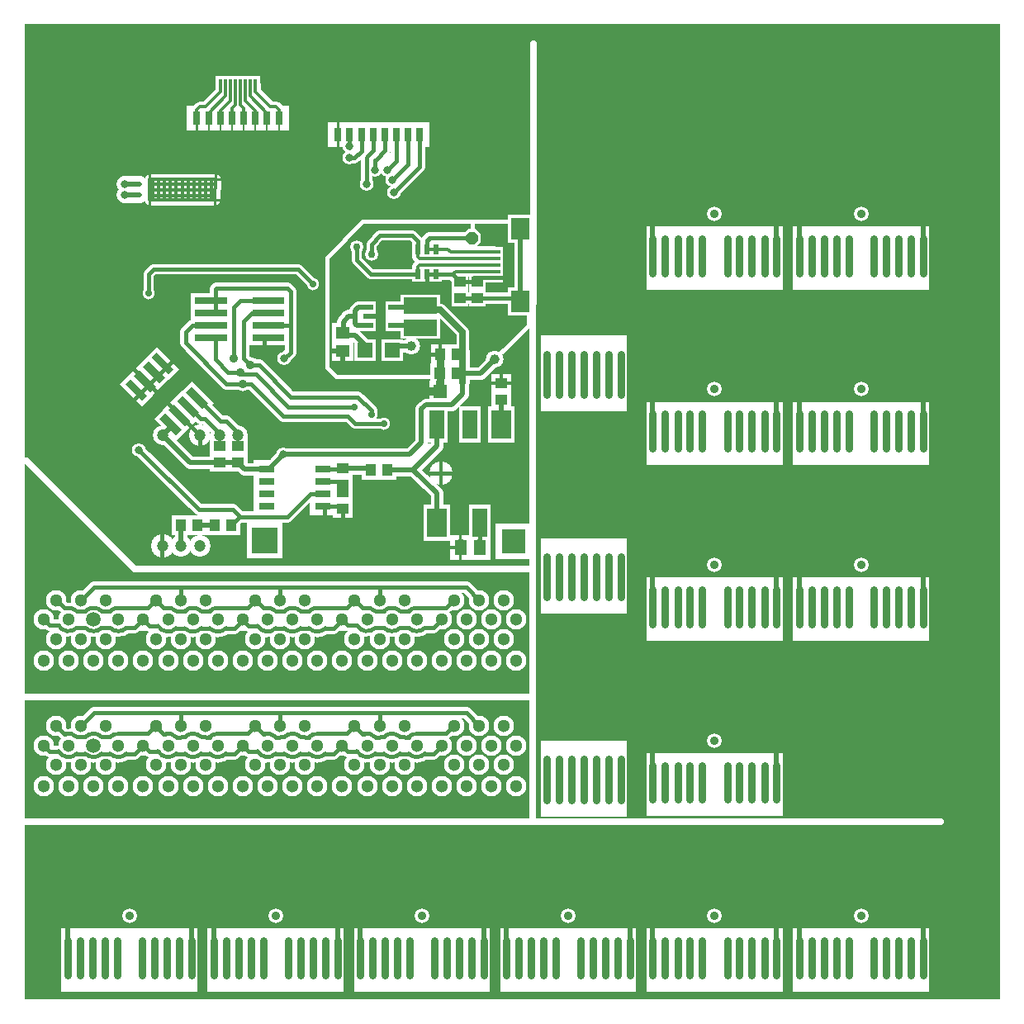
<source format=gbl>
%FSLAX34Y34*%
%MOMM*%
%LNCOPPER_BOTTOM*%
G71*
G01*
%ADD10C, 2.100*%
%ADD11C, 2.300*%
%ADD12C, 1.200*%
%ADD13R, 1.590X1.200*%
%ADD14C, 1.150*%
%ADD15R, 4.100X2.300*%
%ADD16C, 1.600*%
%ADD17C, 0.500*%
%ADD18R, 2.200X2.200*%
%ADD19R, 2.200X2.100*%
%ADD20C, 1.800*%
%ADD21C, 1.700*%
%ADD22C, 1.500*%
%ADD23R, 2.800X1.870*%
%ADD24R, 2.000X1.900*%
%ADD25R, 1.900X2.000*%
%ADD26C, 1.400*%
%ADD27C, 2.000*%
%ADD28R, 1.950X1.000*%
%ADD29R, 2.500X2.900*%
%ADD30C, 1.350*%
%ADD31C, 1.300*%
%ADD32C, 0.900*%
%ADD33C, 1.300*%
%ADD34C, 1.500*%
%ADD35R, 1.800X1.700*%
%ADD36C, 0.400*%
%ADD37C, 1.350*%
%ADD38C, 1.600*%
%ADD39C, 1.700*%
%ADD40R, 3.200X1.600*%
%ADD41R, 1.100X1.800*%
%ADD42R, 2.300X2.500*%
%ADD43C, 0.150*%
%ADD44R, 4.100X1.600*%
%ADD45R, 3.100X1.600*%
%ADD46C, 0.600*%
%ADD47C, 2.400*%
%ADD48C, 2.200*%
%ADD49C, 0.700*%
%ADD50R, 1.200X1.590*%
%ADD51C, 2.400*%
%ADD52R, 2.300X3.800*%
%ADD53R, 2.800X3.800*%
%ADD54R, 2.000X2.600*%
%ADD55C, 1.100*%
%ADD56C, 1.000*%
%ADD57C, 0.498*%
%ADD58C, 0.807*%
%ADD59C, 0.325*%
%ADD60C, 0.379*%
%ADD61C, 0.330*%
%ADD62C, 0.267*%
%ADD63C, 0.367*%
%ADD64C, 1.300*%
%ADD65C, 1.500*%
%ADD66R, 0.990X0.600*%
%ADD67C, 0.550*%
%ADD68R, 3.500X1.700*%
%ADD69C, 0.800*%
%ADD70R, 1.600X1.600*%
%ADD71R, 1.400X1.300*%
%ADD72C, 1.000*%
%ADD73R, 1.400X1.400*%
%ADD74C, 0.900*%
%ADD75C, 0.700*%
%ADD76R, 1.600X0.670*%
%ADD77R, 1.200X1.100*%
%ADD78R, 1.100X1.200*%
%ADD79C, 0.800*%
%ADD80C, 1.200*%
%ADD81C, 0.500*%
%ADD82R, 1.350X0.400*%
%ADD83R, 1.900X2.300*%
%ADD84C, 0.750*%
%ADD85C, 0.300*%
%ADD86C, 0.350*%
%ADD87C, 0.280*%
%ADD88C, 2.600*%
%ADD89R, 2.400X0.800*%
%ADD90R, 0.300X1.000*%
%ADD91R, 1.300X1.500*%
%ADD92R, 3.300X0.800*%
%ADD93R, 2.300X0.800*%
%ADD94C, 0.750*%
%ADD95R, 0.600X0.990*%
%ADD96R, 1.500X3.000*%
%ADD97R, 2.000X3.000*%
%ADD98R, 0.800X1.400*%
%ADD99C, 0.200*%
%LPD*%
G36*
X250Y50D02*
X1000250Y50D01*
X1000250Y-999950D01*
X250Y-999950D01*
X250Y50D01*
G37*
%LPC*%
X20105Y-652498D02*
G54D10*
D03*
X45605Y-652498D02*
G54D10*
D03*
X71105Y-652498D02*
G54D10*
D03*
X96605Y-652498D02*
G54D10*
D03*
X122105Y-652498D02*
G54D10*
D03*
X147605Y-652498D02*
G54D10*
D03*
X173105Y-652498D02*
G54D10*
D03*
X198605Y-652498D02*
G54D10*
D03*
X224105Y-652498D02*
G54D10*
D03*
X249605Y-652498D02*
G54D10*
D03*
X275105Y-652498D02*
G54D10*
D03*
X300605Y-652498D02*
G54D10*
D03*
X326105Y-652498D02*
G54D10*
D03*
X351605Y-652498D02*
G54D10*
D03*
X377105Y-652498D02*
G54D10*
D03*
X402605Y-652498D02*
G54D10*
D03*
X428105Y-652498D02*
G54D10*
D03*
X453605Y-652498D02*
G54D10*
D03*
X479105Y-652498D02*
G54D10*
D03*
X504605Y-652498D02*
G54D10*
D03*
X20105Y-610222D02*
G54D10*
D03*
X45605Y-610223D02*
G54D10*
D03*
X71106Y-610222D02*
G54D11*
D03*
X96605Y-610223D02*
G54D10*
D03*
X122105Y-610223D02*
G54D10*
D03*
X147605Y-610223D02*
G54D10*
D03*
X173105Y-610223D02*
G54D10*
D03*
X198605Y-610223D02*
G54D10*
D03*
X224105Y-610223D02*
G54D10*
D03*
X249605Y-610223D02*
G54D10*
D03*
X275105Y-610223D02*
G54D10*
D03*
X300605Y-610223D02*
G54D10*
D03*
X326105Y-610223D02*
G54D10*
D03*
X351605Y-610223D02*
G54D10*
D03*
X377105Y-610223D02*
G54D10*
D03*
X402605Y-610223D02*
G54D10*
D03*
X428105Y-610223D02*
G54D10*
D03*
X453605Y-610223D02*
G54D10*
D03*
X479105Y-610223D02*
G54D10*
D03*
X504605Y-610223D02*
G54D10*
D03*
X32855Y-630223D02*
G54D10*
D03*
X58355Y-630223D02*
G54D10*
D03*
X83855Y-630223D02*
G54D10*
D03*
X134855Y-630223D02*
G54D10*
D03*
X160355Y-630223D02*
G54D10*
D03*
X185855Y-630223D02*
G54D10*
D03*
X236855Y-630223D02*
G54D10*
D03*
X262355Y-630223D02*
G54D10*
D03*
X287855Y-630223D02*
G54D10*
D03*
X338855Y-630223D02*
G54D10*
D03*
X364355Y-630223D02*
G54D10*
D03*
X389855Y-630223D02*
G54D10*
D03*
X440855Y-630223D02*
G54D10*
D03*
X466355Y-630223D02*
G54D10*
D03*
X491855Y-630223D02*
G54D10*
D03*
X32855Y-590222D02*
G54D10*
D03*
X58355Y-590222D02*
G54D10*
D03*
X83855Y-590223D02*
G54D10*
D03*
X134855Y-590223D02*
G54D10*
D03*
X160355Y-590223D02*
G54D10*
D03*
X185855Y-590223D02*
G54D10*
D03*
X236855Y-590223D02*
G54D10*
D03*
X262355Y-590223D02*
G54D10*
D03*
X287855Y-590223D02*
G54D10*
D03*
X338855Y-590223D02*
G54D10*
D03*
X364355Y-590223D02*
G54D10*
D03*
X389855Y-590223D02*
G54D10*
D03*
X440855Y-590223D02*
G54D10*
D03*
X466355Y-590223D02*
G54D10*
D03*
X491855Y-590223D02*
G54D10*
D03*
G54D12*
X160355Y-592223D02*
X160355Y-577095D01*
G54D12*
X262355Y-592223D02*
X262355Y-577095D01*
G54D12*
X364355Y-592223D02*
X364355Y-577095D01*
G54D12*
X466355Y-590223D02*
X453227Y-577095D01*
X71482Y-577095D01*
X58355Y-590222D01*
X352446Y-308947D02*
G54D13*
D03*
X352449Y-299542D02*
G54D13*
D03*
X352446Y-289947D02*
G54D13*
D03*
X378346Y-289947D02*
G54D13*
D03*
X378346Y-308947D02*
G54D13*
D03*
G54D14*
X352446Y-308947D02*
X341186Y-308947D01*
X339047Y-306808D01*
X339047Y-293711D01*
X342812Y-289947D01*
X352446Y-289947D01*
X406518Y-311416D02*
G54D15*
D03*
X406518Y-288416D02*
G54D15*
D03*
G54D14*
X378346Y-289947D02*
X414386Y-289947D01*
G54D14*
X378346Y-308947D02*
X414623Y-308947D01*
G54D16*
X426240Y-370146D02*
X426244Y-338654D01*
G36*
X372867Y-290769D02*
X372867Y-309819D01*
X422080Y-311803D01*
X425053Y-298847D01*
X421286Y-286800D01*
X372867Y-290769D01*
G37*
G54D17*
X372867Y-290769D02*
X372867Y-309819D01*
X422080Y-311803D01*
X425053Y-298847D01*
X421286Y-286800D01*
X372867Y-290769D01*
X377586Y-333744D02*
G54D18*
D03*
X349586Y-333745D02*
G54D18*
D03*
X326673Y-335252D02*
G54D19*
D03*
X326675Y-316248D02*
G54D19*
D03*
X396856Y-330054D02*
G54D20*
D03*
X426240Y-376495D02*
G54D18*
D03*
X482312Y-343408D02*
G54D20*
D03*
X221425Y-356830D02*
G54D21*
D03*
X231717Y-349462D02*
G54D21*
D03*
X224215Y-368948D02*
G54D22*
D03*
G36*
X483650Y-548200D02*
X483650Y-512200D01*
X519650Y-512200D01*
X519650Y-548200D01*
X483650Y-548200D01*
G37*
X214709Y-342734D02*
G54D21*
D03*
G36*
X264815Y-511249D02*
X264815Y-547249D01*
X228815Y-547249D01*
X228815Y-511249D01*
X264815Y-511249D01*
G37*
X305903Y-455905D02*
G54D23*
D03*
X305902Y-468605D02*
G54D23*
D03*
X305903Y-481305D02*
G54D23*
D03*
X305902Y-494005D02*
G54D23*
D03*
X248903Y-494005D02*
G54D23*
D03*
X248903Y-481305D02*
G54D23*
D03*
X248903Y-468605D02*
G54D23*
D03*
X248903Y-455905D02*
G54D23*
D03*
X326371Y-479320D02*
G54D24*
D03*
X326371Y-496320D02*
G54D24*
D03*
X326371Y-455177D02*
G54D24*
D03*
X326370Y-472177D02*
G54D24*
D03*
X355490Y-456627D02*
G54D25*
D03*
X372490Y-456627D02*
G54D25*
D03*
X117872Y-436166D02*
G54D26*
D03*
X141696Y-421491D02*
G54D27*
D03*
X200434Y-421491D02*
G54D27*
D03*
X219484Y-421491D02*
G54D27*
D03*
G36*
X97987Y-368952D02*
X109301Y-357639D01*
X131927Y-380268D01*
X120612Y-391581D01*
X97987Y-368952D01*
G37*
G36*
X106967Y-359972D02*
X118281Y-348658D01*
X140907Y-371288D01*
X129592Y-382600D01*
X106967Y-359972D01*
G37*
G36*
X115947Y-350991D02*
X127262Y-339678D01*
X149887Y-362308D01*
X138572Y-373620D01*
X115947Y-350991D01*
G37*
G36*
X124926Y-342014D02*
X136239Y-330699D01*
X158868Y-353325D01*
X147555Y-364639D01*
X124926Y-342014D01*
G37*
G36*
X160282Y-377368D02*
X171595Y-366054D01*
X194223Y-388681D01*
X182910Y-399995D01*
X160282Y-377368D01*
G37*
G36*
X151302Y-386349D02*
X162615Y-375035D01*
X185243Y-397661D01*
X173930Y-408975D01*
X151302Y-386349D01*
G37*
G36*
X142321Y-395329D02*
X153635Y-384015D01*
X176263Y-406641D01*
X164950Y-417955D01*
X142321Y-395329D01*
G37*
G36*
X133342Y-404307D02*
X144656Y-392994D01*
X167282Y-415623D01*
X155968Y-426936D01*
X133342Y-404307D01*
G37*
X212252Y-513547D02*
G54D25*
D03*
X195250Y-513544D02*
G54D25*
D03*
X481586Y-233740D02*
G54D28*
D03*
X481586Y-240240D02*
G54D28*
D03*
X481586Y-246740D02*
G54D28*
D03*
X481586Y-253240D02*
G54D28*
D03*
X481586Y-259740D02*
G54D28*
D03*
X508336Y-284240D02*
G54D29*
D03*
X508336Y-209240D02*
G54D29*
D03*
X340627Y-228608D02*
G54D30*
D03*
G36*
X468367Y-222914D02*
X462956Y-228325D01*
X455278Y-228325D01*
X449867Y-222914D01*
X449867Y-215236D01*
X455278Y-209825D01*
X462956Y-209825D01*
X468367Y-215236D01*
X468367Y-222914D01*
G37*
G54D31*
X508336Y-209240D02*
X508336Y-284240D01*
G54D32*
X481586Y-253240D02*
X442384Y-253240D01*
X439060Y-256563D01*
X355997Y-400050D02*
G54D33*
D03*
X338534Y-392112D02*
G54D33*
D03*
X368824Y-409575D02*
G54D33*
D03*
G54D34*
X448975Y-367221D02*
X448979Y-335700D01*
G54D14*
X403552Y-256561D02*
X403552Y-248513D01*
X405326Y-246740D01*
X481586Y-246740D01*
X464509Y-280756D02*
G54D35*
D03*
X464509Y-263756D02*
G54D35*
D03*
X446650Y-280756D02*
G54D35*
D03*
X446650Y-263756D02*
G54D35*
D03*
G54D12*
X446253Y-280756D02*
X504852Y-280756D01*
X508336Y-284240D01*
X356428Y-235679D02*
G54D30*
D03*
G54D31*
X394077Y-330054D02*
X375602Y-330054D01*
G54D36*
X347266Y-202009D02*
X310340Y-238935D01*
X310340Y-351615D01*
X319881Y-361156D01*
X463968Y-361156D01*
X516810Y-308314D01*
X516810Y-202882D01*
X515938Y-202009D01*
X347266Y-202009D01*
G54D31*
X348395Y-337594D02*
X348395Y-327758D01*
X339663Y-319026D01*
X327072Y-319026D01*
G54D37*
X327072Y-317438D02*
X327072Y-305150D01*
X332581Y-299641D01*
X338534Y-299641D01*
G54D12*
X200434Y-421491D02*
X200434Y-419906D01*
X184944Y-404416D01*
X180683Y-404416D01*
X168272Y-392005D01*
G54D12*
X219484Y-421491D02*
X219484Y-418715D01*
X207566Y-406797D01*
X201025Y-406797D01*
X177252Y-383024D01*
X103259Y-163512D02*
G54D38*
D03*
X103255Y-174621D02*
G54D38*
D03*
G54D39*
X118227Y-174621D02*
X103255Y-174621D01*
G54D39*
X118231Y-163512D02*
X103259Y-163512D01*
X266033Y-440928D02*
G54D26*
D03*
X160750Y-513541D02*
G54D25*
D03*
X177752Y-513544D02*
G54D25*
D03*
G54D31*
X160750Y-534330D02*
X160750Y-511953D01*
G54D31*
X177752Y-513544D02*
X195250Y-513544D01*
X359569Y-149225D02*
G54D26*
D03*
X350753Y-163597D02*
G54D26*
D03*
X372269Y-149622D02*
G54D26*
D03*
X377442Y-159544D02*
G54D26*
D03*
X378760Y-172734D02*
G54D26*
D03*
X245818Y-283440D02*
G54D40*
D03*
X245818Y-296140D02*
G54D40*
D03*
X245818Y-308840D02*
G54D40*
D03*
X245818Y-321540D02*
G54D40*
D03*
X195818Y-321540D02*
G54D40*
D03*
X195818Y-308840D02*
G54D40*
D03*
X195818Y-296140D02*
G54D40*
D03*
X195818Y-283440D02*
G54D40*
D03*
G54D12*
X195818Y-283440D02*
X195818Y-296140D01*
G54D12*
X214710Y-342734D02*
X214710Y-290116D01*
X220662Y-284162D01*
G54D12*
X246612Y-283440D02*
X221386Y-283440D01*
X220662Y-284162D01*
G54D12*
X231718Y-349461D02*
X225028Y-342772D01*
G54D12*
X331391Y-402034D02*
X265906Y-402034D01*
X232819Y-368947D01*
X224215Y-368947D01*
G54D12*
X338534Y-392112D02*
X270669Y-392112D01*
X237597Y-359041D01*
X223635Y-359041D01*
X221425Y-356831D01*
G36*
X172173Y-308840D02*
X165497Y-315516D01*
X165497Y-326628D01*
X192881Y-354012D01*
X207610Y-368947D01*
X224215Y-368947D01*
X225028Y-337741D01*
X207962Y-320675D01*
X172173Y-308840D01*
G37*
G54D36*
X172173Y-308840D02*
X165497Y-315516D01*
X165497Y-326628D01*
X192881Y-354012D01*
X207610Y-368947D01*
X224215Y-368947D01*
X225028Y-337741D01*
X207962Y-320675D01*
X172173Y-308840D01*
G36*
X196850Y-270669D02*
X245818Y-270669D01*
X245818Y-308840D01*
X196850Y-308840D01*
X196850Y-270669D01*
G37*
G54D36*
X196850Y-270669D02*
X245818Y-270669D01*
X245818Y-308840D01*
X196850Y-308840D01*
X196850Y-270669D01*
G54D31*
X446816Y-357704D02*
X468017Y-357704D01*
X482312Y-343408D01*
G36*
X342206Y-382290D02*
X355997Y-400050D01*
X338931Y-409575D01*
X331391Y-402034D01*
X321271Y-383381D01*
X342206Y-382290D01*
G37*
G54D36*
X342206Y-382290D02*
X355997Y-400050D01*
X338931Y-409575D01*
X331391Y-402034D01*
X321271Y-383381D01*
X342206Y-382290D01*
X200175Y-449418D02*
G54D24*
D03*
X200178Y-432416D02*
G54D24*
D03*
X219225Y-449418D02*
G54D24*
D03*
X219228Y-432416D02*
G54D24*
D03*
G54D31*
X219622Y-449418D02*
X169623Y-449418D01*
X141696Y-421491D01*
G54D12*
X305903Y-455905D02*
X325908Y-455905D01*
X326370Y-456367D01*
G54D12*
X305902Y-468605D02*
X321608Y-468605D01*
X326370Y-473367D01*
G54D12*
X305902Y-494005D02*
X322864Y-494005D01*
X326370Y-497511D01*
G54D12*
X305903Y-481305D02*
X293792Y-481305D01*
X269875Y-505222D01*
X220577Y-505222D01*
X212252Y-513547D01*
G54D31*
X250094Y-455905D02*
X251056Y-455905D01*
X266033Y-440928D01*
G54D31*
X248903Y-455905D02*
X225713Y-455905D01*
X219226Y-449418D01*
G54D12*
X220750Y-504544D02*
X213888Y-497681D01*
X179388Y-497681D01*
X117872Y-436166D01*
G36*
X416744Y-347704D02*
X435744Y-347703D01*
X435744Y-367703D01*
X416744Y-367704D01*
X416744Y-347704D01*
G37*
X443244Y-357703D02*
G54D25*
D03*
X201634Y-61378D02*
G54D41*
D03*
X206634Y-61378D02*
G54D41*
D03*
X211634Y-61378D02*
G54D41*
D03*
X216634Y-61378D02*
G54D41*
D03*
X221634Y-61378D02*
G54D41*
D03*
X226634Y-61378D02*
G54D41*
D03*
X231634Y-61378D02*
G54D41*
D03*
X236634Y-61378D02*
G54D41*
D03*
G54D12*
G75*
G01X79591Y-601736D02*
G03X62620Y-601736I-8485J-8486D01*
G01*
G54D12*
G75*
G01X96605Y-598224D02*
G03X88119Y-601738I0J-12000D01*
G01*
G54D12*
X79591Y-601736D02*
X88120Y-601738D01*
G54D12*
G75*
G01X54090Y-601738D02*
G03X42499Y-598632I-8485J-8486D01*
G01*
G54D12*
X54090Y-601738D02*
X62620Y-601736D01*
G54D12*
G75*
G01X62620Y-618707D02*
G03X79591Y-618707I8486J8485D01*
G01*
G54D12*
G75*
G01X88119Y-618705D02*
G03X105090Y-618705I8486J8485D01*
G01*
G54D12*
X79591Y-618707D02*
X88120Y-618705D01*
G54D12*
G75*
G01X35212Y-616220D02*
G03X54090Y-618705I10393J6000D01*
G01*
G54D12*
X54090Y-618705D02*
X62620Y-618707D01*
G54D12*
X42499Y-598632D02*
X41266Y-598632D01*
X32855Y-590222D01*
G54D12*
X96605Y-598224D02*
X126854Y-598224D01*
X134855Y-590223D01*
G54D12*
G75*
G01X181591Y-601738D02*
G03X164620Y-601738I-8486J-8485D01*
G01*
G54D12*
G75*
G01X198604Y-598225D02*
G03X190119Y-601740I0J-12000D01*
G01*
G54D12*
X181590Y-601738D02*
X190119Y-601740D01*
G54D12*
G75*
G01X156090Y-601740D02*
G03X144498Y-598634I-8486J-8485D01*
G01*
G54D12*
X156090Y-601740D02*
X164620Y-601738D01*
G54D12*
X144498Y-598634D02*
X143266Y-598634D01*
X134855Y-590223D01*
G54D12*
X198604Y-598225D02*
X228854Y-598225D01*
X236854Y-590225D01*
G54D12*
G75*
G01X283591Y-601738D02*
G03X266620Y-601738I-8486J-8485D01*
G01*
G54D12*
G75*
G01X300604Y-598225D02*
G03X292119Y-601740I0J-12000D01*
G01*
G54D12*
X283590Y-601738D02*
X292119Y-601740D01*
G54D12*
G75*
G01X258090Y-601740D02*
G03X246498Y-598634I-8486J-8485D01*
G01*
G54D12*
X258090Y-601740D02*
X266620Y-601738D01*
G54D12*
X246498Y-598634D02*
X245266Y-598634D01*
X236855Y-590223D01*
G54D12*
X300604Y-598225D02*
X330854Y-598225D01*
X338854Y-590225D01*
G54D12*
G75*
G01X385591Y-601738D02*
G03X368620Y-601738I-8486J-8485D01*
G01*
G54D12*
G75*
G01X402604Y-598225D02*
G03X394119Y-601740I0J-12000D01*
G01*
G54D12*
X385590Y-601738D02*
X394119Y-601740D01*
G54D12*
G75*
G01X360090Y-601740D02*
G03X348498Y-598634I-8486J-8485D01*
G01*
G54D12*
X360090Y-601740D02*
X368620Y-601738D01*
G54D12*
X348498Y-598634D02*
X347266Y-598634D01*
X338855Y-590223D01*
G54D12*
X402604Y-598225D02*
X432854Y-598225D01*
X440854Y-590225D01*
G54D12*
X105090Y-618705D02*
X113623Y-618705D01*
X122105Y-610223D01*
G54D12*
X35212Y-616220D02*
X26103Y-616220D01*
X20105Y-610222D01*
G54D12*
G75*
G01X164620Y-619121D02*
G03X181591Y-619121I8485J8485D01*
G01*
G54D12*
G75*
G01X190119Y-619119D02*
G03X207090Y-619119I8485J8485D01*
G01*
G54D12*
X181590Y-619121D02*
X190119Y-619119D01*
G54D12*
G75*
G01X137212Y-616634D02*
G03X156090Y-619119I10392J6000D01*
G01*
G54D12*
X156090Y-619119D02*
X164620Y-619121D01*
G54D12*
X207090Y-619119D02*
X215622Y-619119D01*
X224104Y-610637D01*
G54D12*
X137212Y-616634D02*
X128103Y-616634D01*
X122105Y-610636D01*
G54D12*
G75*
G01X266620Y-619121D02*
G03X283591Y-619121I8485J8485D01*
G01*
G54D12*
G75*
G01X292119Y-619119D02*
G03X309090Y-619119I8485J8485D01*
G01*
G54D12*
X283590Y-619121D02*
X292119Y-619119D01*
G54D12*
G75*
G01X239212Y-616634D02*
G03X258090Y-619119I10392J6000D01*
G01*
G54D12*
X258090Y-619119D02*
X266620Y-619121D01*
G54D12*
X309090Y-619119D02*
X317623Y-619119D01*
X326104Y-610637D01*
G54D12*
X239212Y-616634D02*
X230103Y-616634D01*
X224105Y-610636D01*
G54D12*
G75*
G01X368620Y-618707D02*
G03X385591Y-618707I8486J8485D01*
G01*
G54D12*
G75*
G01X394119Y-618705D02*
G03X411090Y-618705I8486J8485D01*
G01*
G54D12*
X385591Y-618707D02*
X394120Y-618705D01*
G54D12*
G75*
G01X341212Y-616220D02*
G03X360090Y-618705I10393J6000D01*
G01*
G54D12*
X360090Y-618705D02*
X368620Y-618707D01*
G54D12*
X411090Y-618705D02*
X419623Y-618705D01*
X428105Y-610223D01*
G54D12*
X341212Y-616220D02*
X332103Y-616220D01*
X326105Y-610222D01*
X447320Y-536166D02*
G54D42*
D03*
X467161Y-536167D02*
G54D42*
D03*
G54D12*
X221425Y-356831D02*
X209193Y-356831D01*
X195818Y-343455D01*
X195818Y-321540D01*
G36*
X263922Y-534324D02*
X263922Y-506412D01*
X230494Y-506412D01*
X230494Y-534324D01*
X263922Y-534324D01*
G37*
G54D43*
X263922Y-534324D02*
X263922Y-506412D01*
X230494Y-506412D01*
X230494Y-534324D01*
X263922Y-534324D01*
X250580Y-283440D02*
G54D44*
D03*
X195818Y-283440D02*
G54D45*
D03*
X250580Y-296140D02*
G54D44*
D03*
X250580Y-308840D02*
G54D44*
D03*
X250580Y-321540D02*
G54D44*
D03*
X191055Y-321540D02*
G54D44*
D03*
X191055Y-308840D02*
G54D44*
D03*
X191055Y-296140D02*
G54D44*
D03*
X191056Y-283440D02*
G54D44*
D03*
G54D12*
X195818Y-283440D02*
X195818Y-271701D01*
X196850Y-270669D01*
X269478Y-270669D01*
X273050Y-274241D01*
X273050Y-307578D01*
X20105Y-781498D02*
G54D10*
D03*
X45605Y-781498D02*
G54D10*
D03*
X71105Y-781498D02*
G54D10*
D03*
X96605Y-781498D02*
G54D10*
D03*
X122105Y-781498D02*
G54D10*
D03*
X147605Y-781498D02*
G54D10*
D03*
X173105Y-781498D02*
G54D10*
D03*
X198605Y-781498D02*
G54D10*
D03*
X224105Y-781498D02*
G54D10*
D03*
X249605Y-781498D02*
G54D10*
D03*
X275105Y-781498D02*
G54D10*
D03*
X300605Y-781498D02*
G54D10*
D03*
X326105Y-781498D02*
G54D10*
D03*
X351605Y-781498D02*
G54D10*
D03*
X377105Y-781498D02*
G54D10*
D03*
X402605Y-781498D02*
G54D10*
D03*
X428105Y-781498D02*
G54D10*
D03*
X453605Y-781498D02*
G54D10*
D03*
X479105Y-781498D02*
G54D10*
D03*
X504605Y-781498D02*
G54D10*
D03*
X20105Y-739222D02*
G54D10*
D03*
X45605Y-739223D02*
G54D10*
D03*
X71106Y-739222D02*
G54D11*
D03*
X96605Y-739223D02*
G54D10*
D03*
X122105Y-739223D02*
G54D10*
D03*
X147605Y-739223D02*
G54D10*
D03*
X173105Y-739223D02*
G54D10*
D03*
X198605Y-739223D02*
G54D10*
D03*
X224105Y-739223D02*
G54D10*
D03*
X249605Y-739223D02*
G54D10*
D03*
X275105Y-739223D02*
G54D10*
D03*
X300605Y-739223D02*
G54D10*
D03*
X326105Y-739223D02*
G54D10*
D03*
X351605Y-739223D02*
G54D10*
D03*
X377105Y-739223D02*
G54D10*
D03*
X402605Y-739223D02*
G54D10*
D03*
X428105Y-739223D02*
G54D10*
D03*
X453605Y-739223D02*
G54D10*
D03*
X479105Y-739223D02*
G54D10*
D03*
X504605Y-739223D02*
G54D10*
D03*
X32855Y-759223D02*
G54D10*
D03*
X58355Y-759223D02*
G54D10*
D03*
X83855Y-759223D02*
G54D10*
D03*
X134855Y-759223D02*
G54D10*
D03*
X160355Y-759223D02*
G54D10*
D03*
X185855Y-759223D02*
G54D10*
D03*
X236855Y-759223D02*
G54D10*
D03*
X262355Y-759223D02*
G54D10*
D03*
X287855Y-759223D02*
G54D10*
D03*
X338855Y-759223D02*
G54D10*
D03*
X364355Y-759223D02*
G54D10*
D03*
X389855Y-759223D02*
G54D10*
D03*
X440855Y-759223D02*
G54D10*
D03*
X466355Y-759223D02*
G54D10*
D03*
X491855Y-759223D02*
G54D10*
D03*
X32855Y-719222D02*
G54D10*
D03*
X58355Y-719222D02*
G54D10*
D03*
X83855Y-719223D02*
G54D10*
D03*
X134855Y-719223D02*
G54D10*
D03*
X160355Y-719223D02*
G54D10*
D03*
X185855Y-719223D02*
G54D10*
D03*
X236855Y-719223D02*
G54D10*
D03*
X262355Y-719223D02*
G54D10*
D03*
X287855Y-719223D02*
G54D10*
D03*
X338855Y-719223D02*
G54D10*
D03*
X364355Y-719223D02*
G54D10*
D03*
X389855Y-719223D02*
G54D10*
D03*
X440855Y-719223D02*
G54D10*
D03*
X466355Y-719223D02*
G54D10*
D03*
X491855Y-719223D02*
G54D10*
D03*
G54D12*
G75*
G01X79591Y-730736D02*
G03X62620Y-730736I-8485J-8486D01*
G01*
G54D12*
G75*
G01X96605Y-727224D02*
G03X88119Y-730738I0J-12000D01*
G01*
G54D12*
X79591Y-730736D02*
X88120Y-730738D01*
G54D12*
G75*
G01X54090Y-730738D02*
G03X42499Y-727632I-8485J-8486D01*
G01*
G54D12*
X54090Y-730738D02*
X62620Y-730736D01*
G54D12*
G75*
G01X62620Y-747707D02*
G03X79591Y-747707I8486J8485D01*
G01*
G54D12*
G75*
G01X88119Y-747705D02*
G03X105090Y-747705I8486J8485D01*
G01*
G54D12*
X79591Y-747707D02*
X88120Y-747705D01*
G54D12*
G75*
G01X35212Y-745220D02*
G03X54090Y-747705I10393J6000D01*
G01*
G54D12*
X54090Y-747705D02*
X62620Y-747707D01*
G54D12*
X42499Y-727632D02*
X41266Y-727632D01*
X32855Y-719222D01*
G54D12*
X96605Y-727224D02*
X126854Y-727224D01*
X134855Y-719223D01*
G54D12*
G75*
G01X181591Y-730738D02*
G03X164620Y-730738I-8486J-8485D01*
G01*
G54D12*
G75*
G01X198604Y-727225D02*
G03X190119Y-730740I0J-12000D01*
G01*
G54D12*
X181590Y-730738D02*
X190119Y-730740D01*
G54D12*
G75*
G01X156090Y-730740D02*
G03X144498Y-727634I-8486J-8485D01*
G01*
G54D12*
X156090Y-730740D02*
X164620Y-730738D01*
G54D12*
X144498Y-727634D02*
X143266Y-727634D01*
X134855Y-719223D01*
G54D12*
X198604Y-727225D02*
X228854Y-727225D01*
X236854Y-719225D01*
G54D12*
G75*
G01X283591Y-730738D02*
G03X266620Y-730738I-8486J-8485D01*
G01*
G54D12*
G75*
G01X300604Y-727225D02*
G03X292119Y-730740I0J-12000D01*
G01*
G54D12*
X283590Y-730738D02*
X292119Y-730740D01*
G54D12*
G75*
G01X258090Y-730740D02*
G03X246498Y-727634I-8486J-8485D01*
G01*
G54D12*
X258090Y-730740D02*
X266620Y-730738D01*
G54D12*
X246498Y-727634D02*
X245266Y-727634D01*
X236855Y-719223D01*
G54D12*
X300604Y-727225D02*
X330854Y-727225D01*
X338854Y-719225D01*
G54D12*
G75*
G01X385591Y-730738D02*
G03X368620Y-730738I-8486J-8485D01*
G01*
G54D12*
G75*
G01X402604Y-727225D02*
G03X394119Y-730740I0J-12000D01*
G01*
G54D12*
X385590Y-730738D02*
X394119Y-730740D01*
G54D12*
G75*
G01X360090Y-730740D02*
G03X348498Y-727634I-8486J-8485D01*
G01*
G54D12*
X360090Y-730740D02*
X368620Y-730738D01*
G54D12*
X348498Y-727634D02*
X347266Y-727634D01*
X338855Y-719223D01*
G54D12*
X402604Y-727225D02*
X432854Y-727225D01*
X440854Y-719225D01*
G54D12*
X105090Y-747705D02*
X113623Y-747705D01*
X122105Y-739223D01*
G54D12*
X35212Y-745220D02*
X26103Y-745220D01*
X20105Y-739222D01*
G54D12*
G75*
G01X164620Y-747708D02*
G03X181591Y-747708I8485J8485D01*
G01*
G54D12*
G75*
G01X190119Y-747706D02*
G03X207090Y-747706I8485J8485D01*
G01*
G54D12*
X181590Y-747708D02*
X190119Y-747706D01*
G54D12*
G75*
G01X137212Y-745221D02*
G03X156090Y-747706I10392J6000D01*
G01*
G54D12*
X156090Y-747706D02*
X164620Y-747708D01*
G54D12*
X207090Y-747706D02*
X215622Y-747706D01*
X224104Y-739224D01*
G54D12*
X137212Y-745221D02*
X128103Y-745221D01*
X122105Y-739223D01*
G54D12*
G75*
G01X266620Y-747708D02*
G03X283591Y-747708I8485J8485D01*
G01*
G54D12*
G75*
G01X292119Y-747706D02*
G03X309090Y-747706I8485J8485D01*
G01*
G54D12*
X283590Y-747708D02*
X292119Y-747706D01*
G54D12*
G75*
G01X239212Y-745221D02*
G03X258090Y-747706I10392J6000D01*
G01*
G54D12*
X258090Y-747706D02*
X266620Y-747708D01*
G54D12*
X309090Y-747706D02*
X317623Y-747706D01*
X326104Y-739224D01*
G54D12*
X239212Y-745221D02*
X230103Y-745221D01*
X224105Y-739223D01*
G54D12*
G75*
G01X368620Y-747708D02*
G03X385591Y-747708I8485J8485D01*
G01*
G54D12*
G75*
G01X394119Y-747706D02*
G03X411090Y-747706I8485J8485D01*
G01*
G54D12*
X385590Y-747708D02*
X394119Y-747706D01*
G54D12*
G75*
G01X341212Y-745221D02*
G03X360090Y-747706I10392J6000D01*
G01*
G54D12*
X360090Y-747706D02*
X368620Y-747708D01*
G54D12*
X411090Y-747706D02*
X419622Y-747706D01*
X428104Y-739224D01*
G54D12*
X341212Y-745221D02*
X332103Y-745221D01*
X326105Y-739223D01*
X707992Y-914201D02*
G54D22*
D03*
X257992Y-914201D02*
G54D22*
D03*
X407992Y-914201D02*
G54D22*
D03*
X857992Y-914201D02*
G54D22*
D03*
X107992Y-914201D02*
G54D22*
D03*
X557992Y-914201D02*
G54D22*
D03*
G36*
X38087Y-992019D02*
X38087Y-927019D01*
X177537Y-927019D01*
X177537Y-992019D01*
X38087Y-992019D01*
G37*
G36*
X188087Y-992019D02*
X188087Y-927019D01*
X327537Y-927019D01*
X327537Y-992019D01*
X188087Y-992019D01*
G37*
G36*
X338087Y-992019D02*
X338087Y-927019D01*
X477537Y-927019D01*
X477537Y-992019D01*
X338087Y-992019D01*
G37*
G36*
X488087Y-992019D02*
X488087Y-927019D01*
X627537Y-927019D01*
X627537Y-992019D01*
X488087Y-992019D01*
G37*
G36*
X638087Y-992019D02*
X638087Y-927019D01*
X777537Y-927019D01*
X777537Y-992019D01*
X638087Y-992019D01*
G37*
G36*
X788087Y-992019D02*
X788087Y-927019D01*
X927537Y-927019D01*
X927537Y-992019D01*
X788087Y-992019D01*
G37*
X707992Y-734201D02*
G54D22*
D03*
G36*
X638087Y-812018D02*
X638087Y-747018D01*
X777537Y-747018D01*
X777537Y-812018D01*
X638087Y-812018D01*
G37*
X707992Y-554201D02*
G54D22*
D03*
X857992Y-554201D02*
G54D22*
D03*
G36*
X788087Y-632019D02*
X788087Y-567019D01*
X927537Y-567019D01*
X927537Y-632019D01*
X788087Y-632019D01*
G37*
G36*
X638087Y-632019D02*
X638087Y-567019D01*
X777537Y-567019D01*
X777537Y-632019D01*
X638087Y-632019D01*
G37*
X857992Y-374201D02*
G54D22*
D03*
X707992Y-374201D02*
G54D22*
D03*
G36*
X788087Y-452019D02*
X788087Y-387019D01*
X927537Y-387019D01*
X927537Y-452019D01*
X788087Y-452019D01*
G37*
G36*
X638087Y-452019D02*
X638087Y-387019D01*
X777537Y-387019D01*
X777537Y-452019D01*
X638087Y-452019D01*
G37*
G36*
X529389Y-812193D02*
X529390Y-734493D01*
X618039Y-734493D01*
X618040Y-812193D01*
X529389Y-812193D01*
G37*
X857992Y-194201D02*
G54D22*
D03*
G36*
X788087Y-272019D02*
X788087Y-207019D01*
X927537Y-207019D01*
X927537Y-272019D01*
X788087Y-272019D01*
G37*
X707992Y-194201D02*
G54D22*
D03*
G36*
X638087Y-272019D02*
X638087Y-207019D01*
X777537Y-207019D01*
X777537Y-272019D01*
X638087Y-272019D01*
G37*
G36*
X248903Y-494005D02*
X248903Y-458058D01*
X266033Y-440928D01*
X290926Y-440928D01*
X305903Y-455905D01*
X305903Y-469194D01*
X269875Y-505222D01*
X248903Y-494005D01*
G37*
G54D46*
X248903Y-494005D02*
X248903Y-458058D01*
X266033Y-440928D01*
X290926Y-440928D01*
X305903Y-455905D01*
X305903Y-469194D01*
X269875Y-505222D01*
X248903Y-494005D01*
G54D31*
X150312Y-409965D02*
X150312Y-412875D01*
X141696Y-421491D01*
X141697Y-534328D02*
G54D47*
D03*
X160746Y-534328D02*
G54D48*
D03*
X179796Y-534328D02*
G54D48*
D03*
X179797Y-421490D02*
G54D48*
D03*
G54D49*
X-16272Y-689356D02*
X521494Y-689356D01*
G54D49*
X-31353Y-817562D02*
X939819Y-817562D01*
G54D49*
X521522Y-558434D02*
X521522Y-815034D01*
G54D31*
X448979Y-335700D02*
X448979Y-315153D01*
X426528Y-292702D01*
X403408Y-292702D01*
X422552Y-230661D02*
G54D50*
D03*
X413147Y-230663D02*
G54D50*
D03*
X403552Y-230661D02*
G54D50*
D03*
X403552Y-256561D02*
G54D50*
D03*
X422552Y-256561D02*
G54D50*
D03*
X413148Y-256563D02*
G54D50*
D03*
G54D14*
X403552Y-230661D02*
X403552Y-238467D01*
X405325Y-240240D01*
X481586Y-240240D01*
G54D12*
X413147Y-230663D02*
X413147Y-221853D01*
X413941Y-221059D01*
G54D12*
X427831Y-219075D02*
X459117Y-219075D01*
G36*
X461339Y-219075D02*
X423466Y-219075D01*
X423466Y-234553D01*
X461339Y-234553D01*
X461339Y-219075D01*
G37*
G54D36*
X461339Y-219075D02*
X423466Y-219075D01*
X423466Y-234553D01*
X461339Y-234553D01*
X461339Y-219075D01*
G54D12*
X427831Y-219075D02*
X415925Y-219075D01*
X413941Y-221059D01*
G54D12*
X413148Y-256563D02*
X439060Y-256563D01*
X446253Y-263756D01*
G54D14*
X481586Y-233740D02*
X437337Y-233740D01*
X434258Y-230661D01*
X413147Y-230663D01*
G36*
X529389Y-604548D02*
X529390Y-526848D01*
X618039Y-526848D01*
X618040Y-604548D01*
X529389Y-604548D01*
G37*
X427161Y-460596D02*
G54D51*
D03*
X467161Y-510640D02*
G54D52*
D03*
X423161Y-510640D02*
G54D53*
D03*
X489161Y-410640D02*
G54D53*
D03*
X457161Y-410640D02*
G54D52*
D03*
X423161Y-410640D02*
G54D52*
D03*
G36*
X426244Y-357704D02*
X442912Y-357704D01*
X448975Y-376128D01*
X435372Y-389731D01*
X420980Y-376712D01*
X426244Y-357704D01*
G37*
G54D36*
X426244Y-357704D02*
X442912Y-357704D01*
X448975Y-376128D01*
X435372Y-389731D01*
X420980Y-376712D01*
X426244Y-357704D01*
G54D12*
X467161Y-536167D02*
X467161Y-510640D01*
G54D12*
X231718Y-349461D02*
X240718Y-349461D01*
X273546Y-382290D01*
X342206Y-382290D01*
X355997Y-396081D01*
X355997Y-400050D01*
G36*
X441325Y-577850D02*
X441325Y-589753D01*
X440855Y-590223D01*
X440855Y-590636D01*
X432854Y-598638D01*
X432854Y-605474D01*
X428105Y-610223D01*
X428105Y-610636D01*
X419622Y-619119D01*
X54501Y-619119D01*
X45605Y-610223D01*
X45605Y-604973D01*
X73483Y-577095D01*
X441325Y-577850D01*
G37*
G54D36*
X441325Y-577850D02*
X441325Y-589753D01*
X440855Y-590223D01*
X440855Y-590636D01*
X432854Y-598638D01*
X432854Y-605474D01*
X428105Y-610223D01*
X428105Y-610636D01*
X419622Y-619119D01*
X54501Y-619119D01*
X45605Y-610223D01*
X45605Y-604973D01*
X73483Y-577095D01*
X441325Y-577850D01*
G36*
X441325Y-704850D02*
X441325Y-716753D01*
X440855Y-717223D01*
X440855Y-717636D01*
X432854Y-725638D01*
X432854Y-732474D01*
X428105Y-737223D01*
X428105Y-737636D01*
X419622Y-746119D01*
X54501Y-746119D01*
X45605Y-737223D01*
X45605Y-731973D01*
X73483Y-704095D01*
X441325Y-704850D01*
G37*
G54D36*
X441325Y-704850D02*
X441325Y-716753D01*
X440855Y-717223D01*
X440855Y-717636D01*
X432854Y-725638D01*
X432854Y-732474D01*
X428105Y-737223D01*
X428105Y-737636D01*
X419622Y-746119D01*
X54501Y-746119D01*
X45605Y-737223D01*
X45605Y-731973D01*
X73483Y-704095D01*
X441325Y-704850D01*
X489161Y-385240D02*
G54D24*
D03*
X489161Y-368240D02*
G54D24*
D03*
X321766Y-112719D02*
G54D54*
D03*
X333766Y-125022D02*
G54D26*
D03*
X266827Y-342503D02*
G54D26*
D03*
G54D12*
X250580Y-308840D02*
X272582Y-308840D01*
G54D12*
X273050Y-307578D02*
X273050Y-336280D01*
G54D31*
X448975Y-367221D02*
X448975Y-379303D01*
X438547Y-389731D01*
X411956Y-389731D01*
X407194Y-394494D01*
G54D31*
X407194Y-394494D02*
X407194Y-428625D01*
X394891Y-440928D01*
X266033Y-440928D01*
G54D31*
X326371Y-455177D02*
X354039Y-455177D01*
X355490Y-456627D01*
G54D31*
X372490Y-456627D02*
X398639Y-456627D01*
X423161Y-432105D01*
X423161Y-410640D01*
G54D31*
X423161Y-510640D02*
X422764Y-480752D01*
X398639Y-456627D01*
G36*
X423161Y-432105D02*
X410064Y-432105D01*
X401241Y-440928D01*
X340619Y-440928D01*
X326371Y-455177D01*
X400089Y-455177D01*
X423161Y-432105D01*
G37*
G54D17*
X423161Y-432105D02*
X410064Y-432105D01*
X401241Y-440928D01*
X340619Y-440928D01*
X326371Y-455177D01*
X400089Y-455177D01*
X423161Y-432105D01*
G54D12*
X160355Y-721223D02*
X160355Y-706095D01*
G54D12*
X262355Y-721223D02*
X262355Y-706095D01*
G54D12*
X364355Y-721223D02*
X364355Y-706095D01*
G54D12*
X466355Y-719223D02*
X453227Y-706095D01*
X71482Y-706095D01*
X58355Y-719222D01*
G54D49*
X2300Y-447200D02*
X113534Y-558434D01*
X521522Y-558434D01*
X522316Y-19875D01*
X426244Y-338654D02*
G54D25*
D03*
X443244Y-338653D02*
G54D25*
D03*
X405766Y-112719D02*
G54D54*
D03*
X393766Y-112719D02*
G54D54*
D03*
X381766Y-112719D02*
G54D54*
D03*
X369766Y-112719D02*
G54D54*
D03*
X357766Y-112719D02*
G54D54*
D03*
X345766Y-112719D02*
G54D54*
D03*
X333766Y-112719D02*
G54D54*
D03*
X177134Y-95806D02*
G54D54*
D03*
X261134Y-95806D02*
G54D54*
D03*
X249134Y-95806D02*
G54D54*
D03*
X237134Y-95806D02*
G54D54*
D03*
X225134Y-95806D02*
G54D54*
D03*
X213134Y-95806D02*
G54D54*
D03*
X201134Y-95806D02*
G54D54*
D03*
X189134Y-95806D02*
G54D54*
D03*
G54D55*
X237134Y-95806D02*
X237134Y-88878D01*
X226634Y-78378D01*
X226634Y-61378D01*
G54D55*
X249134Y-95806D02*
X249134Y-90878D01*
X231634Y-73378D01*
X231634Y-61378D01*
G54D55*
X236634Y-61378D02*
X236634Y-68878D01*
X252134Y-84378D01*
X258134Y-84378D01*
X261134Y-87378D01*
X261134Y-95806D01*
G54D55*
X201134Y-95806D02*
X201134Y-88878D01*
X211634Y-78378D01*
X211634Y-61378D01*
G54D55*
X189134Y-95806D02*
X189134Y-90878D01*
X206634Y-73378D01*
X206634Y-61378D01*
G54D55*
X201634Y-61378D02*
X201634Y-68878D01*
X186134Y-84378D01*
X180134Y-84378D01*
X177134Y-87378D01*
X177134Y-95806D01*
G54D55*
X221634Y-61378D02*
X221634Y-82378D01*
X225134Y-85878D01*
X225134Y-95806D01*
G54D55*
X216634Y-61378D02*
X216634Y-82378D01*
X213134Y-85878D01*
X213134Y-95806D01*
G36*
X128408Y-158494D02*
X128404Y-179638D01*
X195797Y-179638D01*
X195801Y-158494D01*
X128408Y-158494D01*
G37*
G54D55*
X128408Y-158494D02*
X128404Y-179638D01*
X195797Y-179638D01*
X195801Y-158494D01*
X128408Y-158494D01*
G36*
X529389Y-396903D02*
X529390Y-319203D01*
X618039Y-319203D01*
X618040Y-396903D01*
X529389Y-396903D01*
G37*
X295930Y-266170D02*
G54D33*
D03*
X127972Y-275378D02*
G54D33*
D03*
G54D56*
X127972Y-275378D02*
X127972Y-255811D01*
X132556Y-251228D01*
X280988Y-251228D01*
X295930Y-266170D01*
G54D56*
X403552Y-256561D02*
X355714Y-256561D01*
X340627Y-241474D01*
X340627Y-228608D01*
G54D56*
X403552Y-230661D02*
X403552Y-222577D01*
X397669Y-216694D01*
X365125Y-216694D01*
X356428Y-225390D01*
X356428Y-235679D01*
G54D36*
X459117Y-219075D02*
X459117Y-203029D01*
G54D56*
X333766Y-126609D02*
X333766Y-112719D01*
X333766Y-136928D02*
G54D26*
D03*
G54D12*
X184705Y-308840D02*
X172173Y-308840D01*
X165497Y-315516D01*
X165497Y-326834D01*
X207610Y-368947D01*
X224215Y-368947D01*
G54D12*
X266827Y-342503D02*
X273050Y-336280D01*
G54D12*
X245818Y-296140D02*
X233292Y-296140D01*
X225028Y-304403D01*
X225028Y-342772D01*
G54D56*
X368824Y-409575D02*
X338931Y-409575D01*
X331391Y-402034D01*
G54D12*
X345766Y-112719D02*
X345766Y-129691D01*
X338528Y-136928D01*
X333766Y-136928D01*
G54D12*
X357766Y-112719D02*
X357766Y-129597D01*
X352425Y-134938D01*
G54D12*
X350753Y-163597D02*
X350753Y-136610D01*
X352425Y-134938D01*
G54D12*
X369766Y-112719D02*
X369766Y-129503D01*
X361156Y-138112D01*
G54D12*
X359569Y-149225D02*
X359569Y-139700D01*
X361156Y-138112D01*
G54D12*
X381766Y-112719D02*
X381766Y-140125D01*
X372269Y-149622D01*
G54D12*
X393766Y-112719D02*
X393766Y-143220D01*
X377442Y-159544D01*
G54D12*
X405766Y-112719D02*
X405766Y-145728D01*
X378760Y-172734D01*
G36*
X369766Y-129503D02*
X359569Y-139700D01*
X359569Y-149225D01*
X372269Y-149622D01*
X381766Y-140125D01*
X369766Y-129503D01*
G37*
G54D36*
X369766Y-129503D02*
X359569Y-139700D01*
X359569Y-149225D01*
X372269Y-149622D01*
X381766Y-140125D01*
X369766Y-129503D01*
X467161Y-531404D02*
G54D38*
D03*
X447320Y-531403D02*
G54D38*
D03*
%LPD*%
G54D57*
G36*
X326673Y-337744D02*
X315173Y-337744D01*
X315173Y-332761D01*
X326673Y-332761D01*
X326673Y-337744D01*
G37*
G36*
X329164Y-335252D02*
X329164Y-346252D01*
X324182Y-346252D01*
X324182Y-335252D01*
X329164Y-335252D01*
G37*
G54D58*
G36*
X426240Y-380532D02*
X414740Y-380532D01*
X414740Y-372459D01*
X426240Y-372459D01*
X426240Y-380532D01*
G37*
G36*
X422204Y-376495D02*
X422204Y-364995D01*
X430277Y-364996D01*
X430277Y-376496D01*
X422204Y-376495D01*
G37*
G54D59*
G36*
X448945Y-536166D02*
X448945Y-549166D01*
X445695Y-549166D01*
X445695Y-536166D01*
X448945Y-536166D01*
G37*
G36*
X447320Y-537791D02*
X435320Y-537791D01*
X435320Y-534541D01*
X447320Y-534541D01*
X447320Y-537791D01*
G37*
G36*
X445695Y-536166D02*
X445695Y-523166D01*
X448945Y-523166D01*
X448945Y-536166D01*
X445695Y-536166D01*
G37*
G54D36*
G36*
X139697Y-534328D02*
X139697Y-521828D01*
X143697Y-521828D01*
X143697Y-534328D01*
X139697Y-534328D01*
G37*
G36*
X143697Y-534328D02*
X143697Y-546828D01*
X139697Y-546828D01*
X139697Y-534328D01*
X143697Y-534328D01*
G37*
G54D60*
G36*
X429054Y-460596D02*
X429054Y-473096D01*
X425268Y-473096D01*
X425268Y-460596D01*
X429054Y-460596D01*
G37*
G36*
X427161Y-462489D02*
X414661Y-462489D01*
X414661Y-458702D01*
X427161Y-458702D01*
X427161Y-462489D01*
G37*
G36*
X425268Y-460596D02*
X425268Y-448096D01*
X429054Y-448096D01*
X429054Y-460596D01*
X425268Y-460596D01*
G37*
G36*
X427161Y-458702D02*
X439661Y-458702D01*
X439661Y-462489D01*
X427161Y-462489D01*
X427161Y-458702D01*
G37*
G54D61*
G36*
X489161Y-369890D02*
X478661Y-369889D01*
X478661Y-366589D01*
X489161Y-366590D01*
X489161Y-369890D01*
G37*
G36*
X487511Y-368239D02*
X487511Y-358239D01*
X490811Y-358240D01*
X490811Y-368240D01*
X487511Y-368239D01*
G37*
G36*
X489161Y-366590D02*
X499661Y-366590D01*
X499661Y-369890D01*
X489161Y-369890D01*
X489161Y-366590D01*
G37*
G54D62*
G36*
X323099Y-112719D02*
X323100Y-126219D01*
X320433Y-126219D01*
X320432Y-112719D01*
X323099Y-112719D01*
G37*
G36*
X320432Y-112719D02*
X320431Y-99219D01*
X323098Y-99219D01*
X323099Y-112719D01*
X320432Y-112719D01*
G37*
G54D63*
G36*
X424410Y-338654D02*
X424410Y-328154D01*
X428078Y-328154D01*
X428078Y-338654D01*
X424410Y-338654D01*
G37*
G36*
X426244Y-340487D02*
X416244Y-340487D01*
X416244Y-336820D01*
X426244Y-336820D01*
X426244Y-340487D01*
G37*
G54D62*
G36*
X178468Y-95806D02*
X178468Y-109306D01*
X175801Y-109306D01*
X175801Y-95806D01*
X178468Y-95806D01*
G37*
X20105Y-652498D02*
G54D64*
D03*
X45605Y-652498D02*
G54D64*
D03*
X71105Y-652498D02*
G54D64*
D03*
X96605Y-652498D02*
G54D64*
D03*
X122105Y-652498D02*
G54D64*
D03*
X147605Y-652498D02*
G54D64*
D03*
X173105Y-652498D02*
G54D64*
D03*
X198605Y-652498D02*
G54D64*
D03*
X224105Y-652498D02*
G54D64*
D03*
X249605Y-652498D02*
G54D64*
D03*
X275105Y-652498D02*
G54D64*
D03*
X300605Y-652498D02*
G54D64*
D03*
X326105Y-652498D02*
G54D64*
D03*
X351605Y-652498D02*
G54D64*
D03*
X377105Y-652498D02*
G54D64*
D03*
X402605Y-652498D02*
G54D64*
D03*
X428105Y-652498D02*
G54D64*
D03*
X453605Y-652498D02*
G54D64*
D03*
X479105Y-652498D02*
G54D64*
D03*
X504605Y-652498D02*
G54D64*
D03*
X20105Y-610222D02*
G54D64*
D03*
X45605Y-610223D02*
G54D64*
D03*
X71106Y-610222D02*
G54D65*
D03*
X96605Y-610223D02*
G54D64*
D03*
X122105Y-610223D02*
G54D64*
D03*
X147605Y-610223D02*
G54D64*
D03*
X173105Y-610223D02*
G54D64*
D03*
X198605Y-610223D02*
G54D64*
D03*
X224105Y-610223D02*
G54D64*
D03*
X249605Y-610223D02*
G54D64*
D03*
X275105Y-610223D02*
G54D64*
D03*
X300605Y-610223D02*
G54D64*
D03*
X326105Y-610223D02*
G54D64*
D03*
X351605Y-610223D02*
G54D64*
D03*
X377105Y-610223D02*
G54D64*
D03*
X402605Y-610223D02*
G54D64*
D03*
X428105Y-610223D02*
G54D64*
D03*
X453605Y-610223D02*
G54D64*
D03*
X479105Y-610223D02*
G54D64*
D03*
X504605Y-610223D02*
G54D64*
D03*
X32855Y-630223D02*
G54D64*
D03*
X58355Y-630223D02*
G54D64*
D03*
X83855Y-630223D02*
G54D64*
D03*
X134855Y-630223D02*
G54D64*
D03*
X160355Y-630223D02*
G54D64*
D03*
X185855Y-630223D02*
G54D64*
D03*
X236855Y-630223D02*
G54D64*
D03*
X262355Y-630223D02*
G54D64*
D03*
X287855Y-630223D02*
G54D64*
D03*
X338855Y-630223D02*
G54D64*
D03*
X364355Y-630223D02*
G54D64*
D03*
X389855Y-630223D02*
G54D64*
D03*
X440855Y-630223D02*
G54D64*
D03*
X466355Y-630223D02*
G54D64*
D03*
X491855Y-630223D02*
G54D64*
D03*
X32855Y-590222D02*
G54D64*
D03*
X58355Y-590222D02*
G54D64*
D03*
X83855Y-590223D02*
G54D64*
D03*
X134855Y-590223D02*
G54D64*
D03*
X160355Y-590223D02*
G54D64*
D03*
X185855Y-590223D02*
G54D64*
D03*
X236855Y-590223D02*
G54D64*
D03*
X262355Y-590223D02*
G54D64*
D03*
X287855Y-590223D02*
G54D64*
D03*
X338855Y-590223D02*
G54D64*
D03*
X364355Y-590223D02*
G54D64*
D03*
X389855Y-590223D02*
G54D64*
D03*
X440855Y-590223D02*
G54D64*
D03*
X466355Y-590223D02*
G54D64*
D03*
X491855Y-590223D02*
G54D64*
D03*
G54D36*
X160355Y-592223D02*
X160355Y-577095D01*
G54D36*
X262355Y-592223D02*
X262355Y-577095D01*
G54D36*
X364355Y-592223D02*
X364355Y-577095D01*
G54D36*
X466355Y-590223D02*
X453227Y-577095D01*
X71482Y-577095D01*
X58355Y-590222D01*
X352446Y-308947D02*
G54D66*
D03*
X352449Y-299542D02*
G54D66*
D03*
X352446Y-289947D02*
G54D66*
D03*
X378346Y-289947D02*
G54D66*
D03*
X378346Y-308947D02*
G54D66*
D03*
G54D67*
X352446Y-308947D02*
X341186Y-308947D01*
X339047Y-306808D01*
X339047Y-293711D01*
X342812Y-289947D01*
X352446Y-289947D01*
X406518Y-311416D02*
G54D68*
D03*
X406518Y-288416D02*
G54D68*
D03*
G54D67*
X378346Y-289947D02*
X414386Y-289947D01*
G54D67*
X378346Y-308947D02*
X414623Y-308947D01*
G54D69*
X426240Y-370146D02*
X426244Y-338654D01*
X377586Y-333744D02*
G54D70*
D03*
X349586Y-333745D02*
G54D70*
D03*
X326673Y-335252D02*
G54D71*
D03*
X326675Y-316248D02*
G54D71*
D03*
X396856Y-330054D02*
G54D72*
D03*
X426240Y-376495D02*
G54D73*
D03*
X482312Y-343408D02*
G54D72*
D03*
X221425Y-356830D02*
G54D74*
D03*
X231717Y-349462D02*
G54D74*
D03*
X224215Y-368948D02*
G54D74*
D03*
G36*
X489650Y-542200D02*
X489650Y-518200D01*
X513650Y-518200D01*
X513650Y-542200D01*
X489650Y-542200D01*
G37*
X214709Y-342734D02*
G54D74*
D03*
G36*
X259815Y-516249D02*
X259815Y-542249D01*
X233815Y-542249D01*
X233815Y-516249D01*
X259815Y-516249D01*
G37*
X249099Y-420554D02*
G54D75*
D03*
X305903Y-455905D02*
G54D76*
D03*
X305902Y-468605D02*
G54D76*
D03*
X305903Y-481305D02*
G54D76*
D03*
X305902Y-494005D02*
G54D76*
D03*
X248903Y-494005D02*
G54D76*
D03*
X248903Y-481305D02*
G54D76*
D03*
X248903Y-468605D02*
G54D76*
D03*
X248903Y-455905D02*
G54D76*
D03*
X326371Y-479320D02*
G54D77*
D03*
X326371Y-496320D02*
G54D77*
D03*
X326371Y-455177D02*
G54D77*
D03*
X326370Y-472177D02*
G54D77*
D03*
X355490Y-456627D02*
G54D78*
D03*
X372490Y-456627D02*
G54D78*
D03*
G54D36*
X326371Y-497511D02*
X326371Y-509347D01*
X117872Y-436166D02*
G54D79*
D03*
X68918Y-321336D02*
G54D75*
D03*
X141696Y-421491D02*
G54D80*
D03*
X200434Y-421491D02*
G54D80*
D03*
X219484Y-421491D02*
G54D80*
D03*
G36*
X103643Y-368952D02*
X109301Y-363296D01*
X126270Y-380268D01*
X120613Y-385924D01*
X103643Y-368952D01*
G37*
G36*
X112623Y-359972D02*
X118281Y-354315D01*
X135250Y-371287D01*
X129593Y-376944D01*
X112623Y-359972D01*
G37*
G36*
X121604Y-350991D02*
X127261Y-345335D01*
X144230Y-362307D01*
X138572Y-367964D01*
X121604Y-350991D01*
G37*
G36*
X130583Y-342013D02*
X136240Y-336356D01*
X153211Y-353325D01*
X147555Y-358983D01*
X130583Y-342013D01*
G37*
G36*
X165939Y-377368D02*
X171596Y-371711D01*
X188566Y-388681D01*
X182909Y-394338D01*
X165939Y-377368D01*
G37*
G36*
X156958Y-386349D02*
X162615Y-380692D01*
X179586Y-397661D01*
X173930Y-403318D01*
X156958Y-386349D01*
G37*
G36*
X147978Y-395329D02*
X153635Y-389672D01*
X170606Y-406642D01*
X164950Y-412299D01*
X147978Y-395329D01*
G37*
G36*
X138999Y-404308D02*
X144656Y-398651D01*
X161625Y-415623D01*
X155968Y-421279D01*
X138999Y-404308D01*
G37*
G54D36*
X179797Y-436575D02*
X179797Y-421490D01*
X103696Y-345389D01*
G54D36*
X156232Y-341214D02*
X97404Y-400042D01*
X136525Y-236538D02*
G54D81*
D03*
X123290Y-101070D02*
G54D75*
D03*
X463808Y-373326D02*
G54D75*
D03*
X388878Y-429286D02*
G54D75*
D03*
G54D67*
X352449Y-299542D02*
X365609Y-299542D01*
X212252Y-513547D02*
G54D78*
D03*
X195250Y-513544D02*
G54D78*
D03*
X61377Y-483658D02*
G54D75*
D03*
X132020Y-510248D02*
G54D75*
D03*
X78046Y-457067D02*
G54D75*
D03*
X411421Y-55429D02*
G54D75*
D03*
G54D36*
X307844Y-507108D02*
X307844Y-495946D01*
X305902Y-494005D01*
X481586Y-233740D02*
G54D82*
D03*
X481586Y-240240D02*
G54D82*
D03*
X481586Y-246740D02*
G54D82*
D03*
X481586Y-253240D02*
G54D82*
D03*
X481586Y-259740D02*
G54D82*
D03*
X508336Y-284240D02*
G54D83*
D03*
X508336Y-209240D02*
G54D83*
D03*
X340627Y-228608D02*
G54D84*
D03*
G36*
X465367Y-221669D02*
X461711Y-225325D01*
X456523Y-225325D01*
X452867Y-221669D01*
X452867Y-216481D01*
X456523Y-212825D01*
X461711Y-212825D01*
X465367Y-216481D01*
X465367Y-221669D01*
G37*
G54D17*
X508336Y-209240D02*
X508336Y-284240D01*
G54D36*
X496667Y-259740D02*
X460888Y-259740D01*
G54D85*
X481586Y-253240D02*
X442384Y-253240D01*
X439060Y-256563D01*
X355997Y-400050D02*
G54D75*
D03*
X338534Y-392112D02*
G54D75*
D03*
X368824Y-409575D02*
G54D75*
D03*
G54D49*
X448975Y-367221D02*
X448979Y-335700D01*
X392371Y-349911D02*
G54D75*
D03*
G54D86*
X403552Y-256561D02*
X403552Y-248513D01*
X405326Y-246740D01*
X481586Y-246740D01*
X464509Y-280756D02*
G54D77*
D03*
X464509Y-263756D02*
G54D77*
D03*
X446650Y-280756D02*
G54D77*
D03*
X446650Y-263756D02*
G54D77*
D03*
G54D36*
X464509Y-263756D02*
X446253Y-263756D01*
G54D36*
X446253Y-280756D02*
X504852Y-280756D01*
X508336Y-284240D01*
X356428Y-235679D02*
G54D84*
D03*
G54D17*
X394077Y-330054D02*
X375602Y-330054D01*
X390386Y-269742D02*
G54D75*
D03*
G54D17*
X348395Y-337594D02*
X348395Y-327758D01*
X339663Y-319026D01*
X327072Y-319026D01*
G54D67*
X327072Y-317438D02*
X327072Y-305150D01*
X332581Y-299641D01*
X338534Y-299641D01*
X458252Y-299508D02*
G54D75*
D03*
G54D36*
X200434Y-421491D02*
X200434Y-419906D01*
X184944Y-404416D01*
X180683Y-404416D01*
X168272Y-392005D01*
G54D36*
X219484Y-421491D02*
X219484Y-418715D01*
X207566Y-406797D01*
X201025Y-406797D01*
X177252Y-383024D01*
X197505Y-486832D02*
G54D75*
D03*
X103259Y-163512D02*
G54D79*
D03*
X103255Y-174621D02*
G54D79*
D03*
G54D17*
X118227Y-174621D02*
X103255Y-174621D01*
G54D17*
X118231Y-163512D02*
X103259Y-163512D01*
G54D87*
X128408Y-158494D02*
X128408Y-144489D01*
G54D87*
X195801Y-158494D02*
X195801Y-144489D01*
G54D87*
X128404Y-189881D02*
X128404Y-179638D01*
G54D87*
X195797Y-190675D02*
X195797Y-179638D01*
G54D87*
X195801Y-158494D02*
X203662Y-158494D01*
G54D87*
X195797Y-179638D02*
X203659Y-179638D01*
X366653Y-486436D02*
G54D75*
D03*
X342840Y-526123D02*
G54D75*
D03*
X44708Y-155442D02*
G54D75*
D03*
X266033Y-440928D02*
G54D79*
D03*
X382528Y-378486D02*
G54D75*
D03*
X445234Y-450717D02*
G54D75*
D03*
X440075Y-484451D02*
G54D75*
D03*
X160750Y-513541D02*
G54D78*
D03*
X177752Y-513544D02*
G54D78*
D03*
G54D17*
X160750Y-534330D02*
X160750Y-511953D01*
G54D17*
X177752Y-513544D02*
X195250Y-513544D01*
X165358Y-463417D02*
G54D75*
D03*
X359569Y-149225D02*
G54D79*
D03*
X350753Y-163597D02*
G54D79*
D03*
X372269Y-149622D02*
G54D79*
D03*
X377442Y-159544D02*
G54D79*
D03*
X378760Y-172734D02*
G54D79*
D03*
X272911Y-541601D02*
G54D75*
D03*
X80030Y-52254D02*
G54D75*
D03*
X454680Y-120517D02*
G54D88*
D03*
X245818Y-283440D02*
G54D89*
D03*
X245818Y-296140D02*
G54D89*
D03*
X245818Y-308840D02*
G54D89*
D03*
X245818Y-321540D02*
G54D89*
D03*
X195818Y-321540D02*
G54D89*
D03*
X195818Y-308840D02*
G54D89*
D03*
X195818Y-296140D02*
G54D89*
D03*
X195818Y-283440D02*
G54D89*
D03*
G54D36*
X195818Y-283440D02*
X195818Y-296140D01*
G54D36*
X245818Y-341694D02*
X245818Y-321540D01*
X340380Y-350308D02*
G54D75*
D03*
X251877Y-337608D02*
G54D75*
D03*
X294740Y-366579D02*
G54D75*
D03*
G54D36*
X214710Y-342734D02*
X214710Y-290116D01*
X220662Y-284162D01*
G54D36*
X246612Y-283440D02*
X221386Y-283440D01*
X220662Y-284162D01*
G54D36*
X231718Y-349461D02*
X225028Y-342772D01*
G54D36*
X331391Y-402034D02*
X265906Y-402034D01*
X232819Y-368947D01*
X224215Y-368947D01*
G54D36*
X338534Y-392112D02*
X270669Y-392112D01*
X237597Y-359041D01*
X223635Y-359041D01*
X221425Y-356831D01*
X42327Y-370945D02*
G54D75*
D03*
G54D17*
X446816Y-357704D02*
X468017Y-357704D01*
X482312Y-343408D01*
X200175Y-449418D02*
G54D77*
D03*
X200178Y-432416D02*
G54D77*
D03*
X219225Y-449418D02*
G54D77*
D03*
X219228Y-432416D02*
G54D77*
D03*
G54D17*
X219622Y-449418D02*
X169623Y-449418D01*
X141696Y-421491D01*
X201474Y-390789D02*
G54D75*
D03*
G54D36*
X305903Y-455905D02*
X325908Y-455905D01*
X326370Y-456367D01*
G54D36*
X305902Y-468605D02*
X321608Y-468605D01*
X326370Y-473367D01*
G54D36*
X305902Y-494005D02*
X322864Y-494005D01*
X326370Y-497511D01*
G54D36*
X305903Y-481305D02*
X293792Y-481305D01*
X269875Y-505222D01*
X220577Y-505222D01*
X212252Y-513547D01*
G54D17*
X250094Y-455905D02*
X251056Y-455905D01*
X266033Y-440928D01*
G54D17*
X248903Y-455905D02*
X225713Y-455905D01*
X219226Y-449418D01*
G54D36*
X220750Y-504544D02*
X213888Y-497681D01*
X179388Y-497681D01*
X117872Y-436166D01*
G36*
X420744Y-351704D02*
X431744Y-351703D01*
X431744Y-363703D01*
X420744Y-363704D01*
X420744Y-351704D01*
G37*
X443244Y-357703D02*
G54D78*
D03*
X201634Y-61378D02*
G54D90*
D03*
X206634Y-61378D02*
G54D90*
D03*
X211634Y-61378D02*
G54D90*
D03*
X216634Y-61378D02*
G54D90*
D03*
X221634Y-61378D02*
G54D90*
D03*
X226634Y-61378D02*
G54D90*
D03*
X231634Y-61378D02*
G54D90*
D03*
X236634Y-61378D02*
G54D90*
D03*
G54D36*
G75*
G01X79591Y-601736D02*
G03X62620Y-601736I-8485J-8486D01*
G01*
G54D36*
G75*
G01X96605Y-598224D02*
G03X88119Y-601738I0J-12000D01*
G01*
G54D36*
X79591Y-601736D02*
X88120Y-601738D01*
G54D36*
G75*
G01X54090Y-601738D02*
G03X42499Y-598632I-8485J-8486D01*
G01*
G54D36*
X54090Y-601738D02*
X62620Y-601736D01*
G54D36*
G75*
G01X62620Y-618707D02*
G03X79591Y-618707I8486J8485D01*
G01*
G54D36*
G75*
G01X88119Y-618705D02*
G03X105090Y-618705I8486J8485D01*
G01*
G54D36*
X79591Y-618707D02*
X88120Y-618705D01*
G54D36*
G75*
G01X35212Y-616220D02*
G03X54090Y-618705I10393J6000D01*
G01*
G54D36*
X54090Y-618705D02*
X62620Y-618707D01*
G54D36*
X42499Y-598632D02*
X41266Y-598632D01*
X32855Y-590222D01*
G54D36*
X96605Y-598224D02*
X126854Y-598224D01*
X134855Y-590223D01*
G54D36*
G75*
G01X181591Y-601738D02*
G03X164620Y-601738I-8486J-8485D01*
G01*
G54D36*
G75*
G01X198604Y-598225D02*
G03X190119Y-601740I0J-12000D01*
G01*
G54D36*
X181590Y-601738D02*
X190119Y-601740D01*
G54D36*
G75*
G01X156090Y-601740D02*
G03X144498Y-598634I-8486J-8485D01*
G01*
G54D36*
X156090Y-601740D02*
X164620Y-601738D01*
G54D36*
X144498Y-598634D02*
X143266Y-598634D01*
X134855Y-590223D01*
G54D36*
X198604Y-598225D02*
X228854Y-598225D01*
X236854Y-590225D01*
G54D36*
G75*
G01X283591Y-601738D02*
G03X266620Y-601738I-8486J-8485D01*
G01*
G54D36*
G75*
G01X300604Y-598225D02*
G03X292119Y-601740I0J-12000D01*
G01*
G54D36*
X283590Y-601738D02*
X292119Y-601740D01*
G54D36*
G75*
G01X258090Y-601740D02*
G03X246498Y-598634I-8486J-8485D01*
G01*
G54D36*
X258090Y-601740D02*
X266620Y-601738D01*
G54D36*
X246498Y-598634D02*
X245266Y-598634D01*
X236855Y-590223D01*
G54D36*
X300604Y-598225D02*
X330854Y-598225D01*
X338854Y-590225D01*
G54D36*
G75*
G01X385591Y-601738D02*
G03X368620Y-601738I-8486J-8485D01*
G01*
G54D36*
G75*
G01X402604Y-598225D02*
G03X394119Y-601740I0J-12000D01*
G01*
G54D36*
X385590Y-601738D02*
X394119Y-601740D01*
G54D36*
G75*
G01X360090Y-601740D02*
G03X348498Y-598634I-8486J-8485D01*
G01*
G54D36*
X360090Y-601740D02*
X368620Y-601738D01*
G54D36*
X348498Y-598634D02*
X347266Y-598634D01*
X338855Y-590223D01*
G54D36*
X402604Y-598225D02*
X432854Y-598225D01*
X440854Y-590225D01*
G54D36*
X105090Y-618705D02*
X113623Y-618705D01*
X122105Y-610223D01*
G54D36*
X35212Y-616220D02*
X26103Y-616220D01*
X20105Y-610222D01*
G54D36*
G75*
G01X164620Y-619121D02*
G03X181591Y-619121I8485J8485D01*
G01*
G54D36*
G75*
G01X190119Y-619119D02*
G03X207090Y-619119I8485J8485D01*
G01*
G54D36*
X181590Y-619121D02*
X190119Y-619119D01*
G54D36*
G75*
G01X137212Y-616634D02*
G03X156090Y-619119I10392J6000D01*
G01*
G54D36*
X156090Y-619119D02*
X164620Y-619121D01*
G54D36*
X207090Y-619119D02*
X215622Y-619119D01*
X224104Y-610637D01*
G54D36*
X137212Y-616634D02*
X128103Y-616634D01*
X122105Y-610636D01*
G54D36*
G75*
G01X266620Y-619121D02*
G03X283591Y-619121I8485J8485D01*
G01*
G54D36*
G75*
G01X292119Y-619119D02*
G03X309090Y-619119I8485J8485D01*
G01*
G54D36*
X283590Y-619121D02*
X292119Y-619119D01*
G54D36*
G75*
G01X239212Y-616634D02*
G03X258090Y-619119I10392J6000D01*
G01*
G54D36*
X258090Y-619119D02*
X266620Y-619121D01*
G54D36*
X309090Y-619119D02*
X317623Y-619119D01*
X326104Y-610637D01*
G54D36*
X239212Y-616634D02*
X230103Y-616634D01*
X224105Y-610636D01*
G54D36*
G75*
G01X368620Y-618707D02*
G03X385591Y-618707I8486J8485D01*
G01*
G54D36*
G75*
G01X394119Y-618705D02*
G03X411090Y-618705I8486J8485D01*
G01*
G54D36*
X385591Y-618707D02*
X394120Y-618705D01*
G54D36*
G75*
G01X341212Y-616220D02*
G03X360090Y-618705I10393J6000D01*
G01*
G54D36*
X360090Y-618705D02*
X368620Y-618707D01*
G54D36*
X411090Y-618705D02*
X419623Y-618705D01*
X428105Y-610223D01*
G54D36*
X341212Y-616220D02*
X332103Y-616220D01*
X326105Y-610222D01*
X122099Y-668189D02*
G54D75*
D03*
X326092Y-669379D02*
G54D75*
D03*
X428089Y-670173D02*
G54D75*
D03*
X32802Y-666204D02*
G54D75*
D03*
X505480Y-339989D02*
G54D75*
D03*
X447320Y-536166D02*
G54D91*
D03*
X467161Y-536167D02*
G54D91*
D03*
G54D36*
X221425Y-356831D02*
X209193Y-356831D01*
X195818Y-343455D01*
X195818Y-321540D01*
X250580Y-283440D02*
G54D92*
D03*
X195818Y-283440D02*
G54D93*
D03*
X250580Y-296140D02*
G54D92*
D03*
X250580Y-308840D02*
G54D92*
D03*
X250580Y-321540D02*
G54D92*
D03*
X191055Y-321540D02*
G54D92*
D03*
X191055Y-308840D02*
G54D92*
D03*
X191055Y-296140D02*
G54D92*
D03*
X191056Y-283440D02*
G54D92*
D03*
G54D36*
X195818Y-283440D02*
X195818Y-271701D01*
X196850Y-270669D01*
X269478Y-270669D01*
X273050Y-274241D01*
X273050Y-307578D01*
X20105Y-781498D02*
G54D64*
D03*
X45605Y-781498D02*
G54D64*
D03*
X71105Y-781498D02*
G54D64*
D03*
X96605Y-781498D02*
G54D64*
D03*
X122105Y-781498D02*
G54D64*
D03*
X147605Y-781498D02*
G54D64*
D03*
X173105Y-781498D02*
G54D64*
D03*
X198605Y-781498D02*
G54D64*
D03*
X224105Y-781498D02*
G54D64*
D03*
X249605Y-781498D02*
G54D64*
D03*
X275105Y-781498D02*
G54D64*
D03*
X300605Y-781498D02*
G54D64*
D03*
X326105Y-781498D02*
G54D64*
D03*
X351605Y-781498D02*
G54D64*
D03*
X377105Y-781498D02*
G54D64*
D03*
X402605Y-781498D02*
G54D64*
D03*
X428105Y-781498D02*
G54D64*
D03*
X453605Y-781498D02*
G54D64*
D03*
X479105Y-781498D02*
G54D64*
D03*
X504605Y-781498D02*
G54D64*
D03*
X20105Y-739222D02*
G54D64*
D03*
X45605Y-739223D02*
G54D64*
D03*
X71106Y-739222D02*
G54D65*
D03*
X96605Y-739223D02*
G54D64*
D03*
X122105Y-739223D02*
G54D64*
D03*
X147605Y-739223D02*
G54D64*
D03*
X173105Y-739223D02*
G54D64*
D03*
X198605Y-739223D02*
G54D64*
D03*
X224105Y-739223D02*
G54D64*
D03*
X249605Y-739223D02*
G54D64*
D03*
X275105Y-739223D02*
G54D64*
D03*
X300605Y-739223D02*
G54D64*
D03*
X326105Y-739223D02*
G54D64*
D03*
X351605Y-739223D02*
G54D64*
D03*
X377105Y-739223D02*
G54D64*
D03*
X402605Y-739223D02*
G54D64*
D03*
X428105Y-739223D02*
G54D64*
D03*
X453605Y-739223D02*
G54D64*
D03*
X479105Y-739223D02*
G54D64*
D03*
X504605Y-739223D02*
G54D64*
D03*
X32855Y-759223D02*
G54D64*
D03*
X58355Y-759223D02*
G54D64*
D03*
X83855Y-759223D02*
G54D64*
D03*
X134855Y-759223D02*
G54D64*
D03*
X160355Y-759223D02*
G54D64*
D03*
X185855Y-759223D02*
G54D64*
D03*
X236855Y-759223D02*
G54D64*
D03*
X262355Y-759223D02*
G54D64*
D03*
X287855Y-759223D02*
G54D64*
D03*
X338855Y-759223D02*
G54D64*
D03*
X364355Y-759223D02*
G54D64*
D03*
X389855Y-759223D02*
G54D64*
D03*
X440855Y-759223D02*
G54D64*
D03*
X466355Y-759223D02*
G54D64*
D03*
X491855Y-759223D02*
G54D64*
D03*
X32855Y-719222D02*
G54D64*
D03*
X58355Y-719222D02*
G54D64*
D03*
X83855Y-719223D02*
G54D64*
D03*
X134855Y-719223D02*
G54D64*
D03*
X160355Y-719223D02*
G54D64*
D03*
X185855Y-719223D02*
G54D64*
D03*
X236855Y-719223D02*
G54D64*
D03*
X262355Y-719223D02*
G54D64*
D03*
X287855Y-719223D02*
G54D64*
D03*
X338855Y-719223D02*
G54D64*
D03*
X364355Y-719223D02*
G54D64*
D03*
X389855Y-719223D02*
G54D64*
D03*
X440855Y-719223D02*
G54D64*
D03*
X466355Y-719223D02*
G54D64*
D03*
X491855Y-719223D02*
G54D64*
D03*
G54D36*
G75*
G01X79591Y-730736D02*
G03X62620Y-730736I-8485J-8486D01*
G01*
G54D36*
G75*
G01X96605Y-727224D02*
G03X88119Y-730738I0J-12000D01*
G01*
G54D36*
X79591Y-730736D02*
X88120Y-730738D01*
G54D36*
G75*
G01X54090Y-730738D02*
G03X42499Y-727632I-8485J-8486D01*
G01*
G54D36*
X54090Y-730738D02*
X62620Y-730736D01*
G54D36*
G75*
G01X62620Y-747707D02*
G03X79591Y-747707I8486J8485D01*
G01*
G54D36*
G75*
G01X88119Y-747705D02*
G03X105090Y-747705I8486J8485D01*
G01*
G54D36*
X79591Y-747707D02*
X88120Y-747705D01*
G54D36*
G75*
G01X35212Y-745220D02*
G03X54090Y-747705I10393J6000D01*
G01*
G54D36*
X54090Y-747705D02*
X62620Y-747707D01*
G54D36*
X42499Y-727632D02*
X41266Y-727632D01*
X32855Y-719222D01*
G54D36*
X96605Y-727224D02*
X126854Y-727224D01*
X134855Y-719223D01*
G54D36*
G75*
G01X181591Y-730738D02*
G03X164620Y-730738I-8486J-8485D01*
G01*
G54D36*
G75*
G01X198604Y-727225D02*
G03X190119Y-730740I0J-12000D01*
G01*
G54D36*
X181590Y-730738D02*
X190119Y-730740D01*
G54D36*
G75*
G01X156090Y-730740D02*
G03X144498Y-727634I-8486J-8485D01*
G01*
G54D36*
X156090Y-730740D02*
X164620Y-730738D01*
G54D36*
X144498Y-727634D02*
X143266Y-727634D01*
X134855Y-719223D01*
G54D36*
X198604Y-727225D02*
X228854Y-727225D01*
X236854Y-719225D01*
G54D36*
G75*
G01X283591Y-730738D02*
G03X266620Y-730738I-8486J-8485D01*
G01*
G54D36*
G75*
G01X300604Y-727225D02*
G03X292119Y-730740I0J-12000D01*
G01*
G54D36*
X283590Y-730738D02*
X292119Y-730740D01*
G54D36*
G75*
G01X258090Y-730740D02*
G03X246498Y-727634I-8486J-8485D01*
G01*
G54D36*
X258090Y-730740D02*
X266620Y-730738D01*
G54D36*
X246498Y-727634D02*
X245266Y-727634D01*
X236855Y-719223D01*
G54D36*
X300604Y-727225D02*
X330854Y-727225D01*
X338854Y-719225D01*
G54D36*
G75*
G01X385591Y-730738D02*
G03X368620Y-730738I-8486J-8485D01*
G01*
G54D36*
G75*
G01X402604Y-727225D02*
G03X394119Y-730740I0J-12000D01*
G01*
G54D36*
X385590Y-730738D02*
X394119Y-730740D01*
G54D36*
G75*
G01X360090Y-730740D02*
G03X348498Y-727634I-8486J-8485D01*
G01*
G54D36*
X360090Y-730740D02*
X368620Y-730738D01*
G54D36*
X348498Y-727634D02*
X347266Y-727634D01*
X338855Y-719223D01*
G54D36*
X402604Y-727225D02*
X432854Y-727225D01*
X440854Y-719225D01*
G54D36*
X105090Y-747705D02*
X113623Y-747705D01*
X122105Y-739223D01*
G54D36*
X35212Y-745220D02*
X26103Y-745220D01*
X20105Y-739222D01*
G54D36*
G75*
G01X164620Y-747708D02*
G03X181591Y-747708I8485J8485D01*
G01*
G54D36*
G75*
G01X190119Y-747706D02*
G03X207090Y-747706I8485J8485D01*
G01*
G54D36*
X181590Y-747708D02*
X190119Y-747706D01*
G54D36*
G75*
G01X137212Y-745221D02*
G03X156090Y-747706I10392J6000D01*
G01*
G54D36*
X156090Y-747706D02*
X164620Y-747708D01*
G54D36*
X207090Y-747706D02*
X215622Y-747706D01*
X224104Y-739224D01*
G54D36*
X137212Y-745221D02*
X128103Y-745221D01*
X122105Y-739223D01*
G54D36*
G75*
G01X266620Y-747708D02*
G03X283591Y-747708I8485J8485D01*
G01*
G54D36*
G75*
G01X292119Y-747706D02*
G03X309090Y-747706I8485J8485D01*
G01*
G54D36*
X283590Y-747708D02*
X292119Y-747706D01*
G54D36*
G75*
G01X239212Y-745221D02*
G03X258090Y-747706I10392J6000D01*
G01*
G54D36*
X258090Y-747706D02*
X266620Y-747708D01*
G54D36*
X309090Y-747706D02*
X317623Y-747706D01*
X326104Y-739224D01*
G54D36*
X239212Y-745221D02*
X230103Y-745221D01*
X224105Y-739223D01*
G54D36*
G75*
G01X368620Y-747708D02*
G03X385591Y-747708I8485J8485D01*
G01*
G54D36*
G75*
G01X394119Y-747706D02*
G03X411090Y-747706I8485J8485D01*
G01*
G54D36*
X385590Y-747708D02*
X394119Y-747706D01*
G54D36*
G75*
G01X341212Y-745221D02*
G03X360090Y-747706I10392J6000D01*
G01*
G54D36*
X360090Y-747706D02*
X368620Y-747708D01*
G54D36*
X411090Y-747706D02*
X419622Y-747706D01*
X428104Y-739224D01*
G54D36*
X341212Y-745221D02*
X332103Y-745221D01*
X326105Y-739223D01*
X122099Y-797189D02*
G54D75*
D03*
X326092Y-798380D02*
G54D75*
D03*
X428089Y-799173D02*
G54D75*
D03*
X32802Y-795204D02*
G54D75*
D03*
X921493Y-825993D02*
G54D75*
D03*
G54D36*
X921493Y-939601D02*
X921493Y-825993D01*
X771492Y-825993D02*
G54D74*
D03*
X644492Y-825993D02*
G54D74*
D03*
G54D17*
X771492Y-939601D02*
X771492Y-825993D01*
G54D17*
X644492Y-939601D02*
X644492Y-825993D01*
X707992Y-914201D02*
G54D74*
D03*
X321492Y-825993D02*
G54D74*
D03*
X194492Y-825993D02*
G54D74*
D03*
G54D17*
X321492Y-939601D02*
X321492Y-825993D01*
G54D17*
X194492Y-939601D02*
X194492Y-825993D01*
X257992Y-914201D02*
G54D74*
D03*
X471492Y-825993D02*
G54D74*
D03*
X344492Y-825993D02*
G54D74*
D03*
G54D17*
X471492Y-939601D02*
X471492Y-825993D01*
G54D17*
X344492Y-939601D02*
X344492Y-825993D01*
X407992Y-914201D02*
G54D74*
D03*
X921493Y-825993D02*
G54D74*
D03*
X794492Y-825993D02*
G54D74*
D03*
G54D17*
X921493Y-939601D02*
X921493Y-825993D01*
G54D17*
X794492Y-939601D02*
X794492Y-825993D01*
X857992Y-914201D02*
G54D74*
D03*
X621492Y-825993D02*
G54D74*
D03*
X494492Y-825993D02*
G54D74*
D03*
G54D94*
X158892Y-939601D02*
X158892Y-975001D01*
G54D94*
X146092Y-939601D02*
X146092Y-975001D01*
G54D94*
X133392Y-939601D02*
X133392Y-975001D01*
G54D94*
X120792Y-939601D02*
X120792Y-975001D01*
G54D94*
X95292Y-939601D02*
X95292Y-975001D01*
G54D94*
X171492Y-939601D02*
X171492Y-975001D01*
G54D94*
X82592Y-939601D02*
X82592Y-975001D01*
G54D94*
X69992Y-939601D02*
X69992Y-975001D01*
G54D94*
X57192Y-939601D02*
X57192Y-975001D01*
G54D94*
X44492Y-939601D02*
X44492Y-975001D01*
X171492Y-825993D02*
G54D74*
D03*
X44492Y-825993D02*
G54D74*
D03*
G54D17*
X171492Y-939601D02*
X171492Y-825993D01*
G54D17*
X44492Y-939601D02*
X44492Y-825993D01*
X107992Y-914201D02*
G54D74*
D03*
G54D17*
X494492Y-939601D02*
X494492Y-825993D01*
G54D17*
X621492Y-939601D02*
X621492Y-825993D01*
X557992Y-914201D02*
G54D74*
D03*
G54D94*
X308892Y-939601D02*
X308892Y-975001D01*
G54D94*
X296092Y-939601D02*
X296092Y-975001D01*
G54D94*
X283392Y-939601D02*
X283392Y-975001D01*
G54D94*
X270792Y-939601D02*
X270792Y-975001D01*
G54D94*
X245292Y-939601D02*
X245292Y-975001D01*
G54D94*
X321492Y-939601D02*
X321492Y-975001D01*
G54D94*
X232592Y-939601D02*
X232592Y-975001D01*
G54D94*
X219992Y-939601D02*
X219992Y-975001D01*
G54D94*
X207192Y-939601D02*
X207192Y-975001D01*
G54D94*
X194492Y-939601D02*
X194492Y-975001D01*
G54D94*
X458892Y-939601D02*
X458892Y-975001D01*
G54D94*
X446092Y-939601D02*
X446092Y-975001D01*
G54D94*
X433392Y-939601D02*
X433392Y-975001D01*
G54D94*
X420792Y-939601D02*
X420792Y-975001D01*
G54D94*
X395292Y-939601D02*
X395292Y-975001D01*
G54D94*
X471492Y-939601D02*
X471492Y-975001D01*
G54D94*
X382592Y-939601D02*
X382592Y-975001D01*
G54D94*
X369992Y-939601D02*
X369992Y-975001D01*
G54D94*
X357192Y-939601D02*
X357192Y-975001D01*
G54D94*
X344492Y-939601D02*
X344492Y-975001D01*
G54D94*
X608893Y-939601D02*
X608892Y-975001D01*
G54D94*
X596092Y-939601D02*
X596092Y-975001D01*
G54D94*
X583392Y-939601D02*
X583392Y-975001D01*
G54D94*
X570792Y-939601D02*
X570792Y-975001D01*
G54D94*
X545292Y-939601D02*
X545292Y-975001D01*
G54D94*
X621492Y-939601D02*
X621492Y-975001D01*
G54D94*
X532592Y-939601D02*
X532592Y-975001D01*
G54D94*
X519992Y-939601D02*
X519992Y-975001D01*
G54D94*
X507192Y-939601D02*
X507192Y-975001D01*
G54D94*
X494492Y-939601D02*
X494492Y-975001D01*
G54D94*
X758892Y-939601D02*
X758892Y-975001D01*
G54D94*
X746092Y-939601D02*
X746092Y-975001D01*
G54D94*
X733392Y-939601D02*
X733392Y-975001D01*
G54D94*
X720792Y-939601D02*
X720792Y-975001D01*
G54D94*
X695292Y-939601D02*
X695292Y-975001D01*
G54D94*
X771492Y-939601D02*
X771492Y-975001D01*
G54D94*
X682592Y-939601D02*
X682592Y-975001D01*
G54D94*
X669992Y-939601D02*
X669992Y-975001D01*
G54D94*
X657192Y-939601D02*
X657192Y-975001D01*
G54D94*
X644492Y-939601D02*
X644492Y-975001D01*
G54D94*
X908893Y-939601D02*
X908893Y-975001D01*
G54D94*
X896093Y-939601D02*
X896093Y-975001D01*
G54D94*
X883393Y-939601D02*
X883393Y-975001D01*
G54D94*
X870793Y-939601D02*
X870793Y-975001D01*
G54D94*
X845293Y-939601D02*
X845293Y-975001D01*
G54D94*
X921493Y-939601D02*
X921493Y-975001D01*
G54D94*
X832593Y-939601D02*
X832593Y-975001D01*
G54D94*
X819993Y-939601D02*
X819993Y-975001D01*
G54D94*
X807193Y-939601D02*
X807193Y-975001D01*
G54D94*
X794493Y-939601D02*
X794493Y-975001D01*
X771492Y-645993D02*
G54D74*
D03*
X644492Y-645993D02*
G54D74*
D03*
G54D17*
X771492Y-759601D02*
X771492Y-645993D01*
G54D17*
X644492Y-759601D02*
X644492Y-645993D01*
X707992Y-734201D02*
G54D74*
D03*
G54D94*
X758893Y-759600D02*
X758892Y-795000D01*
G54D94*
X746092Y-759600D02*
X746092Y-795000D01*
G54D94*
X733392Y-759600D02*
X733392Y-795000D01*
G54D94*
X720792Y-759600D02*
X720792Y-795000D01*
G54D94*
X695292Y-759600D02*
X695292Y-795000D01*
G54D94*
X771492Y-759600D02*
X771492Y-795000D01*
G54D94*
X682592Y-759600D02*
X682592Y-795000D01*
G54D94*
X669992Y-759600D02*
X669992Y-795000D01*
G54D94*
X657192Y-759600D02*
X657192Y-795000D01*
G54D94*
X644492Y-759600D02*
X644492Y-795000D01*
X771492Y-465993D02*
G54D74*
D03*
X644492Y-465993D02*
G54D74*
D03*
X707992Y-554201D02*
G54D74*
D03*
G54D17*
X771492Y-579601D02*
X771492Y-465993D01*
G54D17*
X644492Y-579601D02*
X644492Y-465993D01*
G54D17*
X794492Y-579601D02*
X794492Y-465993D01*
X857992Y-554201D02*
G54D74*
D03*
X921492Y-465993D02*
G54D74*
D03*
G54D17*
X921492Y-579601D02*
X921492Y-465993D01*
X794492Y-465993D02*
G54D74*
D03*
G54D94*
X908893Y-579601D02*
X908892Y-615001D01*
G54D94*
X896092Y-579601D02*
X896092Y-615001D01*
G54D94*
X883392Y-579601D02*
X883392Y-615001D01*
G54D94*
X870792Y-579601D02*
X870792Y-615001D01*
G54D94*
X845292Y-579601D02*
X845292Y-615001D01*
G54D94*
X921492Y-579601D02*
X921492Y-615001D01*
G54D94*
X832592Y-579601D02*
X832592Y-615001D01*
G54D94*
X819992Y-579601D02*
X819992Y-615001D01*
G54D94*
X807192Y-579601D02*
X807192Y-615001D01*
G54D94*
X794492Y-579601D02*
X794492Y-615001D01*
G54D94*
X758893Y-579601D02*
X758892Y-615001D01*
G54D94*
X746092Y-579601D02*
X746092Y-615001D01*
G54D94*
X733392Y-579601D02*
X733392Y-615001D01*
G54D94*
X720792Y-579601D02*
X720792Y-615001D01*
G54D94*
X695292Y-579601D02*
X695292Y-615001D01*
G54D94*
X771492Y-579601D02*
X771492Y-615001D01*
G54D94*
X682592Y-579601D02*
X682592Y-615001D01*
G54D94*
X669992Y-579601D02*
X669992Y-615001D01*
G54D94*
X657192Y-579601D02*
X657192Y-615001D01*
G54D94*
X644492Y-579601D02*
X644492Y-615001D01*
X921492Y-285993D02*
G54D74*
D03*
X794492Y-285993D02*
G54D74*
D03*
X857992Y-374201D02*
G54D74*
D03*
G54D17*
X921492Y-399601D02*
X921492Y-285993D01*
G54D17*
X794492Y-399601D02*
X794492Y-285993D01*
X857992Y-374201D02*
G54D74*
D03*
G54D17*
X644492Y-399601D02*
X644492Y-285993D01*
X707992Y-374201D02*
G54D74*
D03*
X771492Y-285993D02*
G54D74*
D03*
G54D17*
X771492Y-399601D02*
X771492Y-285993D01*
X644492Y-285993D02*
G54D74*
D03*
G54D94*
X908893Y-399601D02*
X908892Y-435001D01*
G54D94*
X896092Y-399601D02*
X896092Y-435001D01*
G54D94*
X883392Y-399601D02*
X883392Y-435001D01*
G54D94*
X870792Y-399601D02*
X870792Y-435001D01*
G54D94*
X845292Y-399601D02*
X845292Y-435001D01*
G54D94*
X921492Y-399601D02*
X921492Y-435001D01*
G54D94*
X832592Y-399601D02*
X832592Y-435001D01*
G54D94*
X819992Y-399601D02*
X819992Y-435001D01*
G54D94*
X807192Y-399601D02*
X807192Y-435001D01*
G54D94*
X794492Y-399601D02*
X794492Y-435001D01*
G54D94*
X758893Y-399601D02*
X758892Y-435001D01*
G54D94*
X746092Y-399601D02*
X746092Y-435001D01*
G54D94*
X733392Y-399601D02*
X733392Y-435001D01*
G54D94*
X720792Y-399601D02*
X720792Y-435001D01*
G54D94*
X695292Y-399601D02*
X695292Y-435001D01*
G54D94*
X771492Y-399601D02*
X771492Y-435001D01*
G54D94*
X682592Y-399601D02*
X682592Y-435001D01*
G54D94*
X669992Y-399601D02*
X669992Y-435001D01*
G54D94*
X657192Y-399601D02*
X657192Y-435001D01*
G54D94*
X644492Y-399601D02*
X644492Y-435001D01*
G54D94*
X599395Y-753425D02*
X599395Y-795175D01*
G54D94*
X586595Y-753426D02*
X586595Y-795176D01*
G54D94*
X573895Y-753426D02*
X573895Y-795176D01*
G54D94*
X561295Y-753426D02*
X561295Y-795176D01*
G54D94*
X548495Y-753426D02*
X548495Y-795175D01*
G54D94*
X535795Y-753426D02*
X535795Y-795175D01*
G54D94*
X611995Y-753425D02*
X611995Y-795176D01*
X552475Y-658860D02*
G54D75*
D03*
X610639Y-656359D02*
G54D75*
D03*
X583035Y-658463D02*
G54D75*
D03*
X921492Y-105993D02*
G54D74*
D03*
X794492Y-105993D02*
G54D74*
D03*
X857992Y-194201D02*
G54D74*
D03*
G54D17*
X921492Y-219601D02*
X921492Y-105993D01*
G54D17*
X794492Y-219601D02*
X794492Y-105993D01*
X857992Y-194201D02*
G54D74*
D03*
G54D94*
X908893Y-219601D02*
X908892Y-255001D01*
G54D94*
X896092Y-219601D02*
X896092Y-255001D01*
G54D94*
X883392Y-219601D02*
X883392Y-255001D01*
G54D94*
X870792Y-219601D02*
X870792Y-255001D01*
G54D94*
X845292Y-219601D02*
X845292Y-255001D01*
G54D94*
X921492Y-219601D02*
X921492Y-255001D01*
G54D94*
X832592Y-219601D02*
X832592Y-255001D01*
G54D94*
X819992Y-219601D02*
X819992Y-255001D01*
G54D94*
X807192Y-219601D02*
X807192Y-255001D01*
G54D94*
X794492Y-219601D02*
X794492Y-255001D01*
X771493Y-105993D02*
G54D75*
D03*
G54D36*
X771493Y-219601D02*
X771493Y-105993D01*
X771493Y-105993D02*
G54D74*
D03*
X644492Y-105993D02*
G54D74*
D03*
G54D17*
X771493Y-219601D02*
X771493Y-105993D01*
G54D17*
X644492Y-219601D02*
X644492Y-105993D01*
X707992Y-194201D02*
G54D74*
D03*
G54D94*
X758893Y-219601D02*
X758893Y-255001D01*
G54D94*
X746093Y-219601D02*
X746093Y-255001D01*
G54D94*
X733393Y-219601D02*
X733393Y-255001D01*
G54D94*
X720793Y-219601D02*
X720793Y-255001D01*
G54D94*
X695293Y-219601D02*
X695293Y-255001D01*
G54D94*
X771493Y-219601D02*
X771493Y-255001D01*
G54D94*
X682593Y-219601D02*
X682593Y-255001D01*
G54D94*
X669993Y-219601D02*
X669993Y-255001D01*
G54D94*
X657193Y-219601D02*
X657193Y-255001D01*
G54D94*
X644493Y-219601D02*
X644493Y-255001D01*
G54D17*
X150312Y-409965D02*
X150312Y-412875D01*
X141696Y-421491D01*
X141697Y-534328D02*
G54D80*
D03*
X160746Y-534328D02*
G54D80*
D03*
X179796Y-534328D02*
G54D80*
D03*
X179797Y-421490D02*
G54D80*
D03*
G54D49*
X448979Y-335700D02*
X448979Y-315153D01*
X426528Y-292702D01*
X403408Y-292702D01*
X422552Y-230661D02*
G54D95*
D03*
X413147Y-230663D02*
G54D95*
D03*
X403552Y-230661D02*
G54D95*
D03*
X403552Y-256561D02*
G54D95*
D03*
X422552Y-256561D02*
G54D95*
D03*
X413148Y-256563D02*
G54D95*
D03*
G54D86*
X403552Y-230661D02*
X403552Y-238467D01*
X405325Y-240240D01*
X481586Y-240240D01*
G54D36*
X413147Y-230663D02*
X413147Y-221853D01*
X413941Y-221059D01*
G54D36*
X427831Y-219075D02*
X459117Y-219075D01*
G54D36*
X413147Y-270057D02*
X413148Y-256563D01*
G54D36*
X427831Y-219075D02*
X415925Y-219075D01*
X413941Y-221059D01*
G54D36*
X413148Y-256563D02*
X439060Y-256563D01*
X446253Y-263756D01*
G54D86*
X481586Y-233740D02*
X437337Y-233740D01*
X434258Y-230661D01*
X413147Y-230663D01*
X495955Y-309429D02*
G54D75*
D03*
X302280Y-91148D02*
G54D75*
D03*
X506671Y-703923D02*
G54D75*
D03*
X506671Y-574923D02*
G54D75*
D03*
G54D94*
X599395Y-545780D02*
X599395Y-587530D01*
G54D94*
X586595Y-545780D02*
X586595Y-587530D01*
G54D94*
X573895Y-545780D02*
X573895Y-587530D01*
G54D94*
X561295Y-545780D02*
X561295Y-587530D01*
G54D94*
X548495Y-545780D02*
X548495Y-587530D01*
G54D94*
X535795Y-545780D02*
X535795Y-587530D01*
G54D94*
X611995Y-545780D02*
X611995Y-587530D01*
X552475Y-451215D02*
G54D75*
D03*
X610639Y-448714D02*
G54D75*
D03*
X583035Y-450818D02*
G54D75*
D03*
X467161Y-510640D02*
G54D96*
D03*
X423161Y-510640D02*
G54D97*
D03*
X489161Y-410640D02*
G54D97*
D03*
X457161Y-410640D02*
G54D96*
D03*
X423161Y-410640D02*
G54D96*
D03*
G54D17*
X489161Y-410640D02*
X489161Y-385240D01*
G54D36*
X467161Y-536167D02*
X467161Y-510640D01*
X503972Y-460242D02*
G54D75*
D03*
G54D36*
X231718Y-349461D02*
X240718Y-349461D01*
X273546Y-382290D01*
X342206Y-382290D01*
X355997Y-396081D01*
X355997Y-400050D01*
X489161Y-385240D02*
G54D77*
D03*
X489161Y-368240D02*
G54D77*
D03*
X155575Y-236538D02*
G54D81*
D03*
X180975Y-236538D02*
G54D81*
D03*
X206375Y-236538D02*
G54D81*
D03*
X231775Y-236538D02*
G54D81*
D03*
X136525Y-211138D02*
G54D81*
D03*
X155575Y-211138D02*
G54D81*
D03*
X180975Y-211138D02*
G54D81*
D03*
X206375Y-211138D02*
G54D81*
D03*
X231775Y-211138D02*
G54D81*
D03*
X231775Y-185738D02*
G54D81*
D03*
X231775Y-160338D02*
G54D81*
D03*
X231775Y-134938D02*
G54D81*
D03*
X206375Y-134938D02*
G54D81*
D03*
X180975Y-134938D02*
G54D81*
D03*
X155575Y-134938D02*
G54D81*
D03*
X257175Y-236538D02*
G54D81*
D03*
X257175Y-211138D02*
G54D81*
D03*
X257175Y-185738D02*
G54D81*
D03*
X257175Y-160338D02*
G54D81*
D03*
X321766Y-112719D02*
G54D98*
D03*
X333766Y-125022D02*
G54D79*
D03*
X266827Y-342503D02*
G54D79*
D03*
G54D36*
X250580Y-308840D02*
X272582Y-308840D01*
G54D36*
X273050Y-307578D02*
X273050Y-336280D01*
X257175Y-134938D02*
G54D81*
D03*
G54D99*
X189134Y-95806D02*
X189134Y-113697D01*
G54D99*
X201134Y-95806D02*
X201134Y-113697D01*
G54D99*
X213134Y-95806D02*
X213134Y-113697D01*
G54D99*
X225134Y-95806D02*
X225134Y-113697D01*
G54D99*
X237134Y-95806D02*
X237134Y-113697D01*
G54D99*
X249134Y-95806D02*
X249134Y-113697D01*
G54D99*
X261134Y-95806D02*
X261134Y-113697D01*
G54D17*
X448975Y-367221D02*
X448975Y-379303D01*
X438547Y-389731D01*
X411956Y-389731D01*
X407194Y-394494D01*
G54D17*
X407194Y-394494D02*
X407194Y-428625D01*
X394891Y-440928D01*
X266033Y-440928D01*
G54D17*
X326371Y-455177D02*
X354039Y-455177D01*
X355490Y-456627D01*
G54D17*
X372490Y-456627D02*
X398639Y-456627D01*
X423161Y-432105D01*
X423161Y-410640D01*
G54D17*
X423161Y-510640D02*
X422764Y-480752D01*
X398639Y-456627D01*
G54D36*
X160355Y-721223D02*
X160355Y-706095D01*
G54D36*
X262355Y-721223D02*
X262355Y-706095D01*
G54D36*
X364355Y-721223D02*
X364355Y-706095D01*
G54D36*
X466355Y-719223D02*
X453227Y-706095D01*
X71482Y-706095D01*
X58355Y-719222D01*
X426244Y-338654D02*
G54D78*
D03*
X443244Y-338653D02*
G54D78*
D03*
X405766Y-112719D02*
G54D98*
D03*
X393766Y-112719D02*
G54D98*
D03*
X381766Y-112719D02*
G54D98*
D03*
X369766Y-112719D02*
G54D98*
D03*
X357766Y-112719D02*
G54D98*
D03*
X345766Y-112719D02*
G54D98*
D03*
X333766Y-112719D02*
G54D98*
D03*
X177134Y-95806D02*
G54D98*
D03*
X261134Y-95806D02*
G54D98*
D03*
X249134Y-95806D02*
G54D98*
D03*
X237134Y-95806D02*
G54D98*
D03*
X225134Y-95806D02*
G54D98*
D03*
X213134Y-95806D02*
G54D98*
D03*
X201134Y-95806D02*
G54D98*
D03*
X189134Y-95806D02*
G54D98*
D03*
G54D85*
X237134Y-95806D02*
X237134Y-88878D01*
X226634Y-78378D01*
X226634Y-61378D01*
G54D85*
X249134Y-95806D02*
X249134Y-90878D01*
X231634Y-73378D01*
X231634Y-61378D01*
G54D85*
X236634Y-61378D02*
X236634Y-68878D01*
X252134Y-84378D01*
X258134Y-84378D01*
X261134Y-87378D01*
X261134Y-95806D01*
G54D85*
X201134Y-95806D02*
X201134Y-88878D01*
X211634Y-78378D01*
X211634Y-61378D01*
G54D85*
X189134Y-95806D02*
X189134Y-90878D01*
X206634Y-73378D01*
X206634Y-61378D01*
G54D85*
X201634Y-61378D02*
X201634Y-68878D01*
X186134Y-84378D01*
X180134Y-84378D01*
X177134Y-87378D01*
X177134Y-95806D01*
G54D85*
X221634Y-61378D02*
X221634Y-82378D01*
X225134Y-85878D01*
X225134Y-95806D01*
G54D85*
X216634Y-61378D02*
X216634Y-82378D01*
X213134Y-85878D01*
X213134Y-95806D01*
G54D85*
X132000Y-179638D02*
X132000Y-158494D01*
X138000Y-179638D02*
X138000Y-158494D01*
X144000Y-179638D02*
X144000Y-158494D01*
X150000Y-179638D02*
X150000Y-158494D01*
X156000Y-179638D02*
X156000Y-158494D01*
X162000Y-179638D02*
X162000Y-158494D01*
X168000Y-179638D02*
X168000Y-158494D01*
X174000Y-179638D02*
X174000Y-158494D01*
X180000Y-179638D02*
X180000Y-158494D01*
X186000Y-179638D02*
X186000Y-158494D01*
X192000Y-179638D02*
X192000Y-158494D01*
X128405Y-176000D02*
X195798Y-176000D01*
X128406Y-170000D02*
X195799Y-170000D01*
X128407Y-164000D02*
X195800Y-164000D01*
G54D85*
X128408Y-158494D02*
X128404Y-179638D01*
X195797Y-179638D01*
X195801Y-158494D01*
X128408Y-158494D01*
X206375Y-160338D02*
G54D81*
D03*
X206375Y-185738D02*
G54D81*
D03*
G54D94*
X599395Y-338135D02*
X599395Y-379885D01*
G54D94*
X586595Y-338136D02*
X586595Y-379886D01*
G54D94*
X573895Y-338136D02*
X573895Y-379886D01*
G54D94*
X561295Y-338136D02*
X561295Y-379886D01*
G54D94*
X548495Y-338136D02*
X548495Y-379885D01*
G54D94*
X535795Y-338136D02*
X535795Y-379885D01*
G54D94*
X611995Y-338135D02*
X611995Y-379886D01*
X552475Y-243570D02*
G54D75*
D03*
X610639Y-241069D02*
G54D75*
D03*
X583035Y-243173D02*
G54D75*
D03*
X295930Y-266170D02*
G54D75*
D03*
X127972Y-275378D02*
G54D75*
D03*
G54D36*
X127972Y-275378D02*
X127972Y-255811D01*
X132556Y-251228D01*
X280988Y-251228D01*
X295930Y-266170D01*
X375305Y-242754D02*
G54D75*
D03*
G54D36*
X403552Y-256561D02*
X355714Y-256561D01*
X340627Y-241474D01*
X340627Y-228608D01*
G54D36*
X403552Y-230661D02*
X403552Y-222577D01*
X397669Y-216694D01*
X365125Y-216694D01*
X356428Y-225390D01*
X356428Y-235679D01*
G54D36*
X333766Y-126609D02*
X333766Y-112719D01*
X486827Y-186795D02*
G54D75*
D03*
X333766Y-136928D02*
G54D79*
D03*
X464205Y-338004D02*
G54D75*
D03*
G54D36*
X184705Y-308840D02*
X172173Y-308840D01*
X165497Y-315516D01*
X165497Y-326834D01*
X207610Y-368947D01*
X224215Y-368947D01*
G54D36*
X266827Y-342503D02*
X273050Y-336280D01*
G54D36*
X245818Y-296140D02*
X233292Y-296140D01*
X225028Y-304403D01*
X225028Y-342772D01*
G54D36*
X368824Y-409575D02*
X338931Y-409575D01*
X331391Y-402034D01*
G54D36*
X345766Y-112719D02*
X345766Y-129691D01*
X338528Y-136928D01*
X333766Y-136928D01*
G54D36*
X357766Y-112719D02*
X357766Y-129597D01*
X352425Y-134938D01*
G54D36*
X350753Y-163597D02*
X350753Y-136610D01*
X352425Y-134938D01*
G54D36*
X369766Y-112719D02*
X369766Y-129503D01*
X361156Y-138112D01*
G54D36*
X359569Y-149225D02*
X359569Y-139700D01*
X361156Y-138112D01*
G54D36*
X381766Y-112719D02*
X381766Y-140125D01*
X372269Y-149622D01*
G54D36*
X393766Y-112719D02*
X393766Y-143220D01*
X377442Y-159544D01*
G54D36*
X405766Y-112719D02*
X405766Y-145728D01*
X378760Y-172734D01*
X467161Y-531404D02*
G54D79*
D03*
X447320Y-531403D02*
G54D79*
D03*
M02*

</source>
